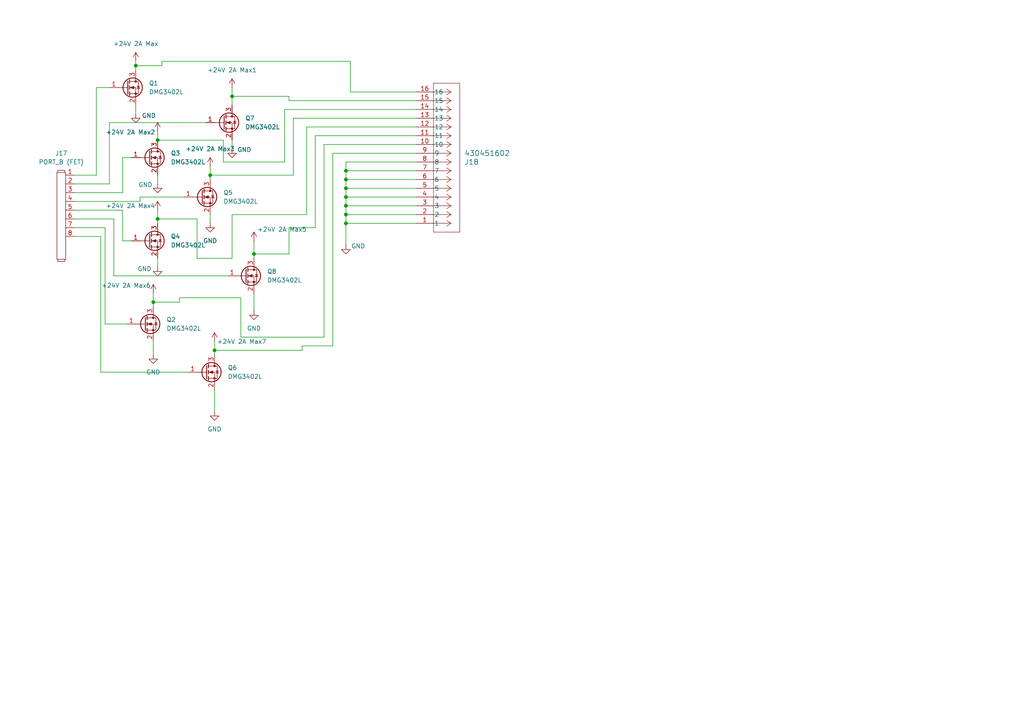
<source format=kicad_sch>
(kicad_sch
	(version 20250114)
	(generator "eeschema")
	(generator_version "9.0")
	(uuid "34eef4cd-940d-4f61-902d-936dc6e2e97e")
	(paper "A4")
	(title_block
		(title "Controller for Flooding Diorama")
		(date "2025-11-21")
		(rev "Revision 1")
		(company "Idaho State University College of Technology")
		(comment 1 "RCET Program")
		(comment 2 "Drawn By: Jacob Horsley")
	)
	(lib_symbols
		(symbol "3New_Library:430451602"
			(pin_names
				(offset 0.254)
			)
			(exclude_from_sim no)
			(in_bom yes)
			(on_board yes)
			(property "Reference" "J"
				(at 8.89 6.35 0)
				(effects
					(font
						(size 1.524 1.524)
					)
				)
			)
			(property "Value" "430451602"
				(at 0 0 0)
				(effects
					(font
						(size 1.524 1.524)
					)
				)
			)
			(property "Footprint" "CONN_SD-43045-001_16_MOL"
				(at 0 0 0)
				(effects
					(font
						(size 1.27 1.27)
						(italic yes)
					)
					(hide yes)
				)
			)
			(property "Datasheet" "https://www.molex.com/en-us/products/part-detail-pdf/430451602?display=pdf"
				(at 0 0 0)
				(effects
					(font
						(size 1.27 1.27)
						(italic yes)
					)
					(hide yes)
				)
			)
			(property "Description" ""
				(at 0 0 0)
				(effects
					(font
						(size 1.27 1.27)
					)
					(hide yes)
				)
			)
			(property "ki_locked" ""
				(at 0 0 0)
				(effects
					(font
						(size 1.27 1.27)
					)
				)
			)
			(property "ki_keywords" "430451602"
				(at 0 0 0)
				(effects
					(font
						(size 1.27 1.27)
					)
					(hide yes)
				)
			)
			(property "ki_fp_filters" "CONN_SD-43045-001_16_MOL"
				(at 0 0 0)
				(effects
					(font
						(size 1.27 1.27)
					)
					(hide yes)
				)
			)
			(symbol "430451602_1_1"
				(polyline
					(pts
						(xy 5.08 2.54) (xy 5.08 -40.64)
					)
					(stroke
						(width 0.127)
						(type default)
					)
					(fill
						(type none)
					)
				)
				(polyline
					(pts
						(xy 5.08 -40.64) (xy 12.7 -40.64)
					)
					(stroke
						(width 0.127)
						(type default)
					)
					(fill
						(type none)
					)
				)
				(polyline
					(pts
						(xy 10.16 0) (xy 5.08 0)
					)
					(stroke
						(width 0.127)
						(type default)
					)
					(fill
						(type none)
					)
				)
				(polyline
					(pts
						(xy 10.16 0) (xy 8.89 0.8467)
					)
					(stroke
						(width 0.127)
						(type default)
					)
					(fill
						(type none)
					)
				)
				(polyline
					(pts
						(xy 10.16 0) (xy 8.89 -0.8467)
					)
					(stroke
						(width 0.127)
						(type default)
					)
					(fill
						(type none)
					)
				)
				(polyline
					(pts
						(xy 10.16 -2.54) (xy 5.08 -2.54)
					)
					(stroke
						(width 0.127)
						(type default)
					)
					(fill
						(type none)
					)
				)
				(polyline
					(pts
						(xy 10.16 -2.54) (xy 8.89 -1.6933)
					)
					(stroke
						(width 0.127)
						(type default)
					)
					(fill
						(type none)
					)
				)
				(polyline
					(pts
						(xy 10.16 -2.54) (xy 8.89 -3.3867)
					)
					(stroke
						(width 0.127)
						(type default)
					)
					(fill
						(type none)
					)
				)
				(polyline
					(pts
						(xy 10.16 -5.08) (xy 5.08 -5.08)
					)
					(stroke
						(width 0.127)
						(type default)
					)
					(fill
						(type none)
					)
				)
				(polyline
					(pts
						(xy 10.16 -5.08) (xy 8.89 -4.2333)
					)
					(stroke
						(width 0.127)
						(type default)
					)
					(fill
						(type none)
					)
				)
				(polyline
					(pts
						(xy 10.16 -5.08) (xy 8.89 -5.9267)
					)
					(stroke
						(width 0.127)
						(type default)
					)
					(fill
						(type none)
					)
				)
				(polyline
					(pts
						(xy 10.16 -7.62) (xy 5.08 -7.62)
					)
					(stroke
						(width 0.127)
						(type default)
					)
					(fill
						(type none)
					)
				)
				(polyline
					(pts
						(xy 10.16 -7.62) (xy 8.89 -6.7733)
					)
					(stroke
						(width 0.127)
						(type default)
					)
					(fill
						(type none)
					)
				)
				(polyline
					(pts
						(xy 10.16 -7.62) (xy 8.89 -8.4667)
					)
					(stroke
						(width 0.127)
						(type default)
					)
					(fill
						(type none)
					)
				)
				(polyline
					(pts
						(xy 10.16 -10.16) (xy 5.08 -10.16)
					)
					(stroke
						(width 0.127)
						(type default)
					)
					(fill
						(type none)
					)
				)
				(polyline
					(pts
						(xy 10.16 -10.16) (xy 8.89 -9.3133)
					)
					(stroke
						(width 0.127)
						(type default)
					)
					(fill
						(type none)
					)
				)
				(polyline
					(pts
						(xy 10.16 -10.16) (xy 8.89 -11.0067)
					)
					(stroke
						(width 0.127)
						(type default)
					)
					(fill
						(type none)
					)
				)
				(polyline
					(pts
						(xy 10.16 -12.7) (xy 5.08 -12.7)
					)
					(stroke
						(width 0.127)
						(type default)
					)
					(fill
						(type none)
					)
				)
				(polyline
					(pts
						(xy 10.16 -12.7) (xy 8.89 -11.8533)
					)
					(stroke
						(width 0.127)
						(type default)
					)
					(fill
						(type none)
					)
				)
				(polyline
					(pts
						(xy 10.16 -12.7) (xy 8.89 -13.5467)
					)
					(stroke
						(width 0.127)
						(type default)
					)
					(fill
						(type none)
					)
				)
				(polyline
					(pts
						(xy 10.16 -15.24) (xy 5.08 -15.24)
					)
					(stroke
						(width 0.127)
						(type default)
					)
					(fill
						(type none)
					)
				)
				(polyline
					(pts
						(xy 10.16 -15.24) (xy 8.89 -14.3933)
					)
					(stroke
						(width 0.127)
						(type default)
					)
					(fill
						(type none)
					)
				)
				(polyline
					(pts
						(xy 10.16 -15.24) (xy 8.89 -16.0867)
					)
					(stroke
						(width 0.127)
						(type default)
					)
					(fill
						(type none)
					)
				)
				(polyline
					(pts
						(xy 10.16 -17.78) (xy 5.08 -17.78)
					)
					(stroke
						(width 0.127)
						(type default)
					)
					(fill
						(type none)
					)
				)
				(polyline
					(pts
						(xy 10.16 -17.78) (xy 8.89 -16.9333)
					)
					(stroke
						(width 0.127)
						(type default)
					)
					(fill
						(type none)
					)
				)
				(polyline
					(pts
						(xy 10.16 -17.78) (xy 8.89 -18.6267)
					)
					(stroke
						(width 0.127)
						(type default)
					)
					(fill
						(type none)
					)
				)
				(polyline
					(pts
						(xy 10.16 -20.32) (xy 5.08 -20.32)
					)
					(stroke
						(width 0.127)
						(type default)
					)
					(fill
						(type none)
					)
				)
				(polyline
					(pts
						(xy 10.16 -20.32) (xy 8.89 -19.4733)
					)
					(stroke
						(width 0.127)
						(type default)
					)
					(fill
						(type none)
					)
				)
				(polyline
					(pts
						(xy 10.16 -20.32) (xy 8.89 -21.1667)
					)
					(stroke
						(width 0.127)
						(type default)
					)
					(fill
						(type none)
					)
				)
				(polyline
					(pts
						(xy 10.16 -22.86) (xy 5.08 -22.86)
					)
					(stroke
						(width 0.127)
						(type default)
					)
					(fill
						(type none)
					)
				)
				(polyline
					(pts
						(xy 10.16 -22.86) (xy 8.89 -22.0133)
					)
					(stroke
						(width 0.127)
						(type default)
					)
					(fill
						(type none)
					)
				)
				(polyline
					(pts
						(xy 10.16 -22.86) (xy 8.89 -23.7067)
					)
					(stroke
						(width 0.127)
						(type default)
					)
					(fill
						(type none)
					)
				)
				(polyline
					(pts
						(xy 10.16 -25.4) (xy 5.08 -25.4)
					)
					(stroke
						(width 0.127)
						(type default)
					)
					(fill
						(type none)
					)
				)
				(polyline
					(pts
						(xy 10.16 -25.4) (xy 8.89 -24.5533)
					)
					(stroke
						(width 0.127)
						(type default)
					)
					(fill
						(type none)
					)
				)
				(polyline
					(pts
						(xy 10.16 -25.4) (xy 8.89 -26.2467)
					)
					(stroke
						(width 0.127)
						(type default)
					)
					(fill
						(type none)
					)
				)
				(polyline
					(pts
						(xy 10.16 -27.94) (xy 5.08 -27.94)
					)
					(stroke
						(width 0.127)
						(type default)
					)
					(fill
						(type none)
					)
				)
				(polyline
					(pts
						(xy 10.16 -27.94) (xy 8.89 -27.0933)
					)
					(stroke
						(width 0.127)
						(type default)
					)
					(fill
						(type none)
					)
				)
				(polyline
					(pts
						(xy 10.16 -27.94) (xy 8.89 -28.7867)
					)
					(stroke
						(width 0.127)
						(type default)
					)
					(fill
						(type none)
					)
				)
				(polyline
					(pts
						(xy 10.16 -30.48) (xy 5.08 -30.48)
					)
					(stroke
						(width 0.127)
						(type default)
					)
					(fill
						(type none)
					)
				)
				(polyline
					(pts
						(xy 10.16 -30.48) (xy 8.89 -29.6333)
					)
					(stroke
						(width 0.127)
						(type default)
					)
					(fill
						(type none)
					)
				)
				(polyline
					(pts
						(xy 10.16 -30.48) (xy 8.89 -31.3267)
					)
					(stroke
						(width 0.127)
						(type default)
					)
					(fill
						(type none)
					)
				)
				(polyline
					(pts
						(xy 10.16 -33.02) (xy 5.08 -33.02)
					)
					(stroke
						(width 0.127)
						(type default)
					)
					(fill
						(type none)
					)
				)
				(polyline
					(pts
						(xy 10.16 -33.02) (xy 8.89 -32.1733)
					)
					(stroke
						(width 0.127)
						(type default)
					)
					(fill
						(type none)
					)
				)
				(polyline
					(pts
						(xy 10.16 -33.02) (xy 8.89 -33.8667)
					)
					(stroke
						(width 0.127)
						(type default)
					)
					(fill
						(type none)
					)
				)
				(polyline
					(pts
						(xy 10.16 -35.56) (xy 5.08 -35.56)
					)
					(stroke
						(width 0.127)
						(type default)
					)
					(fill
						(type none)
					)
				)
				(polyline
					(pts
						(xy 10.16 -35.56) (xy 8.89 -34.7133)
					)
					(stroke
						(width 0.127)
						(type default)
					)
					(fill
						(type none)
					)
				)
				(polyline
					(pts
						(xy 10.16 -35.56) (xy 8.89 -36.4067)
					)
					(stroke
						(width 0.127)
						(type default)
					)
					(fill
						(type none)
					)
				)
				(polyline
					(pts
						(xy 10.16 -38.1) (xy 5.08 -38.1)
					)
					(stroke
						(width 0.127)
						(type default)
					)
					(fill
						(type none)
					)
				)
				(polyline
					(pts
						(xy 10.16 -38.1) (xy 8.89 -37.2533)
					)
					(stroke
						(width 0.127)
						(type default)
					)
					(fill
						(type none)
					)
				)
				(polyline
					(pts
						(xy 10.16 -38.1) (xy 8.89 -38.9467)
					)
					(stroke
						(width 0.127)
						(type default)
					)
					(fill
						(type none)
					)
				)
				(polyline
					(pts
						(xy 12.7 2.54) (xy 5.08 2.54)
					)
					(stroke
						(width 0.127)
						(type default)
					)
					(fill
						(type none)
					)
				)
				(polyline
					(pts
						(xy 12.7 -40.64) (xy 12.7 2.54)
					)
					(stroke
						(width 0.127)
						(type default)
					)
					(fill
						(type none)
					)
				)
				(pin unspecified line
					(at 0 0 0)
					(length 5.08)
					(name "1"
						(effects
							(font
								(size 1.27 1.27)
							)
						)
					)
					(number "1"
						(effects
							(font
								(size 1.27 1.27)
							)
						)
					)
				)
				(pin unspecified line
					(at 0 -2.54 0)
					(length 5.08)
					(name "2"
						(effects
							(font
								(size 1.27 1.27)
							)
						)
					)
					(number "2"
						(effects
							(font
								(size 1.27 1.27)
							)
						)
					)
				)
				(pin unspecified line
					(at 0 -5.08 0)
					(length 5.08)
					(name "3"
						(effects
							(font
								(size 1.27 1.27)
							)
						)
					)
					(number "3"
						(effects
							(font
								(size 1.27 1.27)
							)
						)
					)
				)
				(pin unspecified line
					(at 0 -7.62 0)
					(length 5.08)
					(name "4"
						(effects
							(font
								(size 1.27 1.27)
							)
						)
					)
					(number "4"
						(effects
							(font
								(size 1.27 1.27)
							)
						)
					)
				)
				(pin unspecified line
					(at 0 -10.16 0)
					(length 5.08)
					(name "5"
						(effects
							(font
								(size 1.27 1.27)
							)
						)
					)
					(number "5"
						(effects
							(font
								(size 1.27 1.27)
							)
						)
					)
				)
				(pin unspecified line
					(at 0 -12.7 0)
					(length 5.08)
					(name "6"
						(effects
							(font
								(size 1.27 1.27)
							)
						)
					)
					(number "6"
						(effects
							(font
								(size 1.27 1.27)
							)
						)
					)
				)
				(pin unspecified line
					(at 0 -15.24 0)
					(length 5.08)
					(name "7"
						(effects
							(font
								(size 1.27 1.27)
							)
						)
					)
					(number "7"
						(effects
							(font
								(size 1.27 1.27)
							)
						)
					)
				)
				(pin unspecified line
					(at 0 -17.78 0)
					(length 5.08)
					(name "8"
						(effects
							(font
								(size 1.27 1.27)
							)
						)
					)
					(number "8"
						(effects
							(font
								(size 1.27 1.27)
							)
						)
					)
				)
				(pin unspecified line
					(at 0 -20.32 0)
					(length 5.08)
					(name "9"
						(effects
							(font
								(size 1.27 1.27)
							)
						)
					)
					(number "9"
						(effects
							(font
								(size 1.27 1.27)
							)
						)
					)
				)
				(pin unspecified line
					(at 0 -22.86 0)
					(length 5.08)
					(name "10"
						(effects
							(font
								(size 1.27 1.27)
							)
						)
					)
					(number "10"
						(effects
							(font
								(size 1.27 1.27)
							)
						)
					)
				)
				(pin unspecified line
					(at 0 -25.4 0)
					(length 5.08)
					(name "11"
						(effects
							(font
								(size 1.27 1.27)
							)
						)
					)
					(number "11"
						(effects
							(font
								(size 1.27 1.27)
							)
						)
					)
				)
				(pin unspecified line
					(at 0 -27.94 0)
					(length 5.08)
					(name "12"
						(effects
							(font
								(size 1.27 1.27)
							)
						)
					)
					(number "12"
						(effects
							(font
								(size 1.27 1.27)
							)
						)
					)
				)
				(pin unspecified line
					(at 0 -30.48 0)
					(length 5.08)
					(name "13"
						(effects
							(font
								(size 1.27 1.27)
							)
						)
					)
					(number "13"
						(effects
							(font
								(size 1.27 1.27)
							)
						)
					)
				)
				(pin unspecified line
					(at 0 -33.02 0)
					(length 5.08)
					(name "14"
						(effects
							(font
								(size 1.27 1.27)
							)
						)
					)
					(number "14"
						(effects
							(font
								(size 1.27 1.27)
							)
						)
					)
				)
				(pin unspecified line
					(at 0 -35.56 0)
					(length 5.08)
					(name "15"
						(effects
							(font
								(size 1.27 1.27)
							)
						)
					)
					(number "15"
						(effects
							(font
								(size 1.27 1.27)
							)
						)
					)
				)
				(pin unspecified line
					(at 0 -38.1 0)
					(length 5.08)
					(name "16"
						(effects
							(font
								(size 1.27 1.27)
							)
						)
					)
					(number "16"
						(effects
							(font
								(size 1.27 1.27)
							)
						)
					)
				)
			)
			(symbol "430451602_1_2"
				(polyline
					(pts
						(xy 5.08 2.54) (xy 5.08 -40.64)
					)
					(stroke
						(width 0.127)
						(type default)
					)
					(fill
						(type none)
					)
				)
				(polyline
					(pts
						(xy 5.08 -40.64) (xy 12.7 -40.64)
					)
					(stroke
						(width 0.127)
						(type default)
					)
					(fill
						(type none)
					)
				)
				(polyline
					(pts
						(xy 7.62 0) (xy 5.08 0)
					)
					(stroke
						(width 0.127)
						(type default)
					)
					(fill
						(type none)
					)
				)
				(polyline
					(pts
						(xy 7.62 0) (xy 8.89 0.8467)
					)
					(stroke
						(width 0.127)
						(type default)
					)
					(fill
						(type none)
					)
				)
				(polyline
					(pts
						(xy 7.62 0) (xy 8.89 -0.8467)
					)
					(stroke
						(width 0.127)
						(type default)
					)
					(fill
						(type none)
					)
				)
				(polyline
					(pts
						(xy 7.62 -2.54) (xy 5.08 -2.54)
					)
					(stroke
						(width 0.127)
						(type default)
					)
					(fill
						(type none)
					)
				)
				(polyline
					(pts
						(xy 7.62 -2.54) (xy 8.89 -1.6933)
					)
					(stroke
						(width 0.127)
						(type default)
					)
					(fill
						(type none)
					)
				)
				(polyline
					(pts
						(xy 7.62 -2.54) (xy 8.89 -3.3867)
					)
					(stroke
						(width 0.127)
						(type default)
					)
					(fill
						(type none)
					)
				)
				(polyline
					(pts
						(xy 7.62 -5.08) (xy 5.08 -5.08)
					)
					(stroke
						(width 0.127)
						(type default)
					)
					(fill
						(type none)
					)
				)
				(polyline
					(pts
						(xy 7.62 -5.08) (xy 8.89 -4.2333)
					)
					(stroke
						(width 0.127)
						(type default)
					)
					(fill
						(type none)
					)
				)
				(polyline
					(pts
						(xy 7.62 -5.08) (xy 8.89 -5.9267)
					)
					(stroke
						(width 0.127)
						(type default)
					)
					(fill
						(type none)
					)
				)
				(polyline
					(pts
						(xy 7.62 -7.62) (xy 5.08 -7.62)
					)
					(stroke
						(width 0.127)
						(type default)
					)
					(fill
						(type none)
					)
				)
				(polyline
					(pts
						(xy 7.62 -7.62) (xy 8.89 -6.7733)
					)
					(stroke
						(width 0.127)
						(type default)
					)
					(fill
						(type none)
					)
				)
				(polyline
					(pts
						(xy 7.62 -7.62) (xy 8.89 -8.4667)
					)
					(stroke
						(width 0.127)
						(type default)
					)
					(fill
						(type none)
					)
				)
				(polyline
					(pts
						(xy 7.62 -10.16) (xy 5.08 -10.16)
					)
					(stroke
						(width 0.127)
						(type default)
					)
					(fill
						(type none)
					)
				)
				(polyline
					(pts
						(xy 7.62 -10.16) (xy 8.89 -9.3133)
					)
					(stroke
						(width 0.127)
						(type default)
					)
					(fill
						(type none)
					)
				)
				(polyline
					(pts
						(xy 7.62 -10.16) (xy 8.89 -11.0067)
					)
					(stroke
						(width 0.127)
						(type default)
					)
					(fill
						(type none)
					)
				)
				(polyline
					(pts
						(xy 7.62 -12.7) (xy 5.08 -12.7)
					)
					(stroke
						(width 0.127)
						(type default)
					)
					(fill
						(type none)
					)
				)
				(polyline
					(pts
						(xy 7.62 -12.7) (xy 8.89 -11.8533)
					)
					(stroke
						(width 0.127)
						(type default)
					)
					(fill
						(type none)
					)
				)
				(polyline
					(pts
						(xy 7.62 -12.7) (xy 8.89 -13.5467)
					)
					(stroke
						(width 0.127)
						(type default)
					)
					(fill
						(type none)
					)
				)
				(polyline
					(pts
						(xy 7.62 -15.24) (xy 5.08 -15.24)
					)
					(stroke
						(width 0.127)
						(type default)
					)
					(fill
						(type none)
					)
				)
				(polyline
					(pts
						(xy 7.62 -15.24) (xy 8.89 -14.3933)
					)
					(stroke
						(width 0.127)
						(type default)
					)
					(fill
						(type none)
					)
				)
				(polyline
					(pts
						(xy 7.62 -15.24) (xy 8.89 -16.0867)
					)
					(stroke
						(width 0.127)
						(type default)
					)
					(fill
						(type none)
					)
				)
				(polyline
					(pts
						(xy 7.62 -17.78) (xy 5.08 -17.78)
					)
					(stroke
						(width 0.127)
						(type default)
					)
					(fill
						(type none)
					)
				)
				(polyline
					(pts
						(xy 7.62 -17.78) (xy 8.89 -16.9333)
					)
					(stroke
						(width 0.127)
						(type default)
					)
					(fill
						(type none)
					)
				)
				(polyline
					(pts
						(xy 7.62 -17.78) (xy 8.89 -18.6267)
					)
					(stroke
						(width 0.127)
						(type default)
					)
					(fill
						(type none)
					)
				)
				(polyline
					(pts
						(xy 7.62 -20.32) (xy 5.08 -20.32)
					)
					(stroke
						(width 0.127)
						(type default)
					)
					(fill
						(type none)
					)
				)
				(polyline
					(pts
						(xy 7.62 -20.32) (xy 8.89 -19.4733)
					)
					(stroke
						(width 0.127)
						(type default)
					)
					(fill
						(type none)
					)
				)
				(polyline
					(pts
						(xy 7.62 -20.32) (xy 8.89 -21.1667)
					)
					(stroke
						(width 0.127)
						(type default)
					)
					(fill
						(type none)
					)
				)
				(polyline
					(pts
						(xy 7.62 -22.86) (xy 5.08 -22.86)
					)
					(stroke
						(width 0.127)
						(type default)
					)
					(fill
						(type none)
					)
				)
				(polyline
					(pts
						(xy 7.62 -22.86) (xy 8.89 -22.0133)
					)
					(stroke
						(width 0.127)
						(type default)
					)
					(fill
						(type none)
					)
				)
				(polyline
					(pts
						(xy 7.62 -22.86) (xy 8.89 -23.7067)
					)
					(stroke
						(width 0.127)
						(type default)
					)
					(fill
						(type none)
					)
				)
				(polyline
					(pts
						(xy 7.62 -25.4) (xy 5.08 -25.4)
					)
					(stroke
						(width 0.127)
						(type default)
					)
					(fill
						(type none)
					)
				)
				(polyline
					(pts
						(xy 7.62 -25.4) (xy 8.89 -24.5533)
					)
					(stroke
						(width 0.127)
						(type default)
					)
					(fill
						(type none)
					)
				)
				(polyline
					(pts
						(xy 7.62 -25.4) (xy 8.89 -26.2467)
					)
					(stroke
						(width 0.127)
						(type default)
					)
					(fill
						(type none)
					)
				)
				(polyline
					(pts
						(xy 7.62 -27.94) (xy 5.08 -27.94)
					)
					(stroke
						(width 0.127)
						(type default)
					)
					(fill
						(type none)
					)
				)
				(polyline
					(pts
						(xy 7.62 -27.94) (xy 8.89 -27.0933)
					)
					(stroke
						(width 0.127)
						(type default)
					)
					(fill
						(type none)
					)
				)
				(polyline
					(pts
						(xy 7.62 -27.94) (xy 8.89 -28.7867)
					)
					(stroke
						(width 0.127)
						(type default)
					)
					(fill
						(type none)
					)
				)
				(polyline
					(pts
						(xy 7.62 -30.48) (xy 5.08 -30.48)
					)
					(stroke
						(width 0.127)
						(type default)
					)
					(fill
						(type none)
					)
				)
				(polyline
					(pts
						(xy 7.62 -30.48) (xy 8.89 -29.6333)
					)
					(stroke
						(width 0.127)
						(type default)
					)
					(fill
						(type none)
					)
				)
				(polyline
					(pts
						(xy 7.62 -30.48) (xy 8.89 -31.3267)
					)
					(stroke
						(width 0.127)
						(type default)
					)
					(fill
						(type none)
					)
				)
				(polyline
					(pts
						(xy 7.62 -33.02) (xy 5.08 -33.02)
					)
					(stroke
						(width 0.127)
						(type default)
					)
					(fill
						(type none)
					)
				)
				(polyline
					(pts
						(xy 7.62 -33.02) (xy 8.89 -32.1733)
					)
					(stroke
						(width 0.127)
						(type default)
					)
					(fill
						(type none)
					)
				)
				(polyline
					(pts
						(xy 7.62 -33.02) (xy 8.89 -33.8667)
					)
					(stroke
						(width 0.127)
						(type default)
					)
					(fill
						(type none)
					)
				)
				(polyline
					(pts
						(xy 7.62 -35.56) (xy 5.08 -35.56)
					)
					(stroke
						(width 0.127)
						(type default)
					)
					(fill
						(type none)
					)
				)
				(polyline
					(pts
						(xy 7.62 -35.56) (xy 8.89 -34.7133)
					)
					(stroke
						(width 0.127)
						(type default)
					)
					(fill
						(type none)
					)
				)
				(polyline
					(pts
						(xy 7.62 -35.56) (xy 8.89 -36.4067)
					)
					(stroke
						(width 0.127)
						(type default)
					)
					(fill
						(type none)
					)
				)
				(polyline
					(pts
						(xy 7.62 -38.1) (xy 5.08 -38.1)
					)
					(stroke
						(width 0.127)
						(type default)
					)
					(fill
						(type none)
					)
				)
				(polyline
					(pts
						(xy 7.62 -38.1) (xy 8.89 -37.2533)
					)
					(stroke
						(width 0.127)
						(type default)
					)
					(fill
						(type none)
					)
				)
				(polyline
					(pts
						(xy 7.62 -38.1) (xy 8.89 -38.9467)
					)
					(stroke
						(width 0.127)
						(type default)
					)
					(fill
						(type none)
					)
				)
				(polyline
					(pts
						(xy 12.7 2.54) (xy 5.08 2.54)
					)
					(stroke
						(width 0.127)
						(type default)
					)
					(fill
						(type none)
					)
				)
				(polyline
					(pts
						(xy 12.7 -40.64) (xy 12.7 2.54)
					)
					(stroke
						(width 0.127)
						(type default)
					)
					(fill
						(type none)
					)
				)
				(pin unspecified line
					(at 0 0 0)
					(length 5.08)
					(name "1"
						(effects
							(font
								(size 1.27 1.27)
							)
						)
					)
					(number "1"
						(effects
							(font
								(size 1.27 1.27)
							)
						)
					)
				)
				(pin unspecified line
					(at 0 -2.54 0)
					(length 5.08)
					(name "2"
						(effects
							(font
								(size 1.27 1.27)
							)
						)
					)
					(number "2"
						(effects
							(font
								(size 1.27 1.27)
							)
						)
					)
				)
				(pin unspecified line
					(at 0 -5.08 0)
					(length 5.08)
					(name "3"
						(effects
							(font
								(size 1.27 1.27)
							)
						)
					)
					(number "3"
						(effects
							(font
								(size 1.27 1.27)
							)
						)
					)
				)
				(pin unspecified line
					(at 0 -7.62 0)
					(length 5.08)
					(name "4"
						(effects
							(font
								(size 1.27 1.27)
							)
						)
					)
					(number "4"
						(effects
							(font
								(size 1.27 1.27)
							)
						)
					)
				)
				(pin unspecified line
					(at 0 -10.16 0)
					(length 5.08)
					(name "5"
						(effects
							(font
								(size 1.27 1.27)
							)
						)
					)
					(number "5"
						(effects
							(font
								(size 1.27 1.27)
							)
						)
					)
				)
				(pin unspecified line
					(at 0 -12.7 0)
					(length 5.08)
					(name "6"
						(effects
							(font
								(size 1.27 1.27)
							)
						)
					)
					(number "6"
						(effects
							(font
								(size 1.27 1.27)
							)
						)
					)
				)
				(pin unspecified line
					(at 0 -15.24 0)
					(length 5.08)
					(name "7"
						(effects
							(font
								(size 1.27 1.27)
							)
						)
					)
					(number "7"
						(effects
							(font
								(size 1.27 1.27)
							)
						)
					)
				)
				(pin unspecified line
					(at 0 -17.78 0)
					(length 5.08)
					(name "8"
						(effects
							(font
								(size 1.27 1.27)
							)
						)
					)
					(number "8"
						(effects
							(font
								(size 1.27 1.27)
							)
						)
					)
				)
				(pin unspecified line
					(at 0 -20.32 0)
					(length 5.08)
					(name "9"
						(effects
							(font
								(size 1.27 1.27)
							)
						)
					)
					(number "9"
						(effects
							(font
								(size 1.27 1.27)
							)
						)
					)
				)
				(pin unspecified line
					(at 0 -22.86 0)
					(length 5.08)
					(name "10"
						(effects
							(font
								(size 1.27 1.27)
							)
						)
					)
					(number "10"
						(effects
							(font
								(size 1.27 1.27)
							)
						)
					)
				)
				(pin unspecified line
					(at 0 -25.4 0)
					(length 5.08)
					(name "11"
						(effects
							(font
								(size 1.27 1.27)
							)
						)
					)
					(number "11"
						(effects
							(font
								(size 1.27 1.27)
							)
						)
					)
				)
				(pin unspecified line
					(at 0 -27.94 0)
					(length 5.08)
					(name "12"
						(effects
							(font
								(size 1.27 1.27)
							)
						)
					)
					(number "12"
						(effects
							(font
								(size 1.27 1.27)
							)
						)
					)
				)
				(pin unspecified line
					(at 0 -30.48 0)
					(length 5.08)
					(name "13"
						(effects
							(font
								(size 1.27 1.27)
							)
						)
					)
					(number "13"
						(effects
							(font
								(size 1.27 1.27)
							)
						)
					)
				)
				(pin unspecified line
					(at 0 -33.02 0)
					(length 5.08)
					(name "14"
						(effects
							(font
								(size 1.27 1.27)
							)
						)
					)
					(number "14"
						(effects
							(font
								(size 1.27 1.27)
							)
						)
					)
				)
				(pin unspecified line
					(at 0 -35.56 0)
					(length 5.08)
					(name "15"
						(effects
							(font
								(size 1.27 1.27)
							)
						)
					)
					(number "15"
						(effects
							(font
								(size 1.27 1.27)
							)
						)
					)
				)
				(pin unspecified line
					(at 0 -38.1 0)
					(length 5.08)
					(name "16"
						(effects
							(font
								(size 1.27 1.27)
							)
						)
					)
					(number "16"
						(effects
							(font
								(size 1.27 1.27)
							)
						)
					)
				)
			)
			(embedded_fonts no)
		)
		(symbol "New_Library_2:PORT_A"
			(exclude_from_sim no)
			(in_bom yes)
			(on_board yes)
			(property "Reference" "J17"
				(at 0 8.89 0)
				(effects
					(font
						(size 1.27 1.27)
					)
				)
			)
			(property "Value" "PORT_B (FET)"
				(at 0 6.35 0)
				(effects
					(font
						(size 1.27 1.27)
					)
				)
			)
			(property "Footprint" "1Library:CONN_SD-43045-010_08_MOL"
				(at 0 1.397 0)
				(effects
					(font
						(size 1.27 1.27)
					)
					(hide yes)
				)
			)
			(property "Datasheet" ""
				(at 0 1.397 0)
				(effects
					(font
						(size 1.27 1.27)
					)
					(hide yes)
				)
			)
			(property "Description" ""
				(at 0 1.397 0)
				(effects
					(font
						(size 1.27 1.27)
					)
					(hide yes)
				)
			)
			(symbol "PORT_A_0_1"
				(rectangle
					(start -1.27 3.302)
					(end 1.27 -21.844)
					(stroke
						(width 0)
						(type default)
					)
					(fill
						(type none)
					)
				)
				(polyline
					(pts
						(xy -1.016 -21.971) (xy -1.016 -22.479) (xy 1.016 -22.479) (xy 1.016 -21.971) (xy 1.016 -22.098)
					)
					(stroke
						(width 0)
						(type default)
					)
					(fill
						(type none)
					)
				)
				(polyline
					(pts
						(xy 1.016 3.429) (xy 1.016 3.937) (xy -1.016 3.937) (xy -1.016 3.429) (xy -1.016 3.556)
					)
					(stroke
						(width 0)
						(type default)
					)
					(fill
						(type none)
					)
				)
			)
			(symbol "PORT_A_1_1"
				(pin bidirectional line
					(at 3.81 2.54 180)
					(length 2.54)
					(name ""
						(effects
							(font
								(size 1.27 1.27)
							)
						)
					)
					(number "1"
						(effects
							(font
								(size 1.27 1.27)
							)
						)
					)
				)
				(pin bidirectional line
					(at 3.81 0 180)
					(length 2.54)
					(name ""
						(effects
							(font
								(size 1.27 1.27)
							)
						)
					)
					(number "2"
						(effects
							(font
								(size 1.27 1.27)
							)
						)
					)
				)
				(pin bidirectional line
					(at 3.81 -2.54 180)
					(length 2.54)
					(name "~"
						(effects
							(font
								(size 1.27 1.27)
							)
						)
					)
					(number "3"
						(effects
							(font
								(size 1.27 1.27)
							)
						)
					)
				)
				(pin bidirectional line
					(at 3.81 -5.08 180)
					(length 2.54)
					(name "~"
						(effects
							(font
								(size 1.27 1.27)
							)
						)
					)
					(number "4"
						(effects
							(font
								(size 1.27 1.27)
							)
						)
					)
				)
				(pin bidirectional line
					(at 3.81 -7.62 180)
					(length 2.54)
					(name "~"
						(effects
							(font
								(size 1.27 1.27)
							)
						)
					)
					(number "5"
						(effects
							(font
								(size 1.27 1.27)
							)
						)
					)
				)
				(pin bidirectional line
					(at 3.81 -10.16 180)
					(length 2.54)
					(name "~"
						(effects
							(font
								(size 1.27 1.27)
							)
						)
					)
					(number "6"
						(effects
							(font
								(size 1.27 1.27)
							)
						)
					)
				)
				(pin bidirectional line
					(at 3.81 -12.7 180)
					(length 2.54)
					(name "~"
						(effects
							(font
								(size 1.27 1.27)
							)
						)
					)
					(number "7"
						(effects
							(font
								(size 1.27 1.27)
							)
						)
					)
				)
				(pin bidirectional line
					(at 3.81 -15.24 180)
					(length 2.54)
					(name "~"
						(effects
							(font
								(size 1.27 1.27)
							)
						)
					)
					(number "8"
						(effects
							(font
								(size 1.27 1.27)
							)
						)
					)
				)
			)
			(embedded_fonts no)
		)
		(symbol "Transistor_FET:DMG3402L"
			(pin_names
				(offset 0)
				(hide yes)
			)
			(exclude_from_sim no)
			(in_bom yes)
			(on_board yes)
			(property "Reference" "Q"
				(at 5.08 1.905 0)
				(effects
					(font
						(size 1.27 1.27)
					)
					(justify left)
				)
			)
			(property "Value" "DMG3402L"
				(at 5.08 0 0)
				(effects
					(font
						(size 1.27 1.27)
					)
					(justify left)
				)
			)
			(property "Footprint" "Package_TO_SOT_SMD:SOT-23"
				(at 5.08 -1.905 0)
				(effects
					(font
						(size 1.27 1.27)
						(italic yes)
					)
					(justify left)
					(hide yes)
				)
			)
			(property "Datasheet" "http://www.diodes.com/assets/Datasheets/DMG3402L.pdf"
				(at 5.08 -3.81 0)
				(effects
					(font
						(size 1.27 1.27)
					)
					(justify left)
					(hide yes)
				)
			)
			(property "Description" "4A Id, 30V Vds, N-Channel MOSFET, SOT-23"
				(at 0 0 0)
				(effects
					(font
						(size 1.27 1.27)
					)
					(hide yes)
				)
			)
			(property "ki_keywords" "N-Channel MOSFET"
				(at 0 0 0)
				(effects
					(font
						(size 1.27 1.27)
					)
					(hide yes)
				)
			)
			(property "ki_fp_filters" "SOT?23*"
				(at 0 0 0)
				(effects
					(font
						(size 1.27 1.27)
					)
					(hide yes)
				)
			)
			(symbol "DMG3402L_0_1"
				(polyline
					(pts
						(xy 0.254 1.905) (xy 0.254 -1.905)
					)
					(stroke
						(width 0.254)
						(type default)
					)
					(fill
						(type none)
					)
				)
				(polyline
					(pts
						(xy 0.254 0) (xy -2.54 0)
					)
					(stroke
						(width 0)
						(type default)
					)
					(fill
						(type none)
					)
				)
				(polyline
					(pts
						(xy 0.762 2.286) (xy 0.762 1.27)
					)
					(stroke
						(width 0.254)
						(type default)
					)
					(fill
						(type none)
					)
				)
				(polyline
					(pts
						(xy 0.762 0.508) (xy 0.762 -0.508)
					)
					(stroke
						(width 0.254)
						(type default)
					)
					(fill
						(type none)
					)
				)
				(polyline
					(pts
						(xy 0.762 -1.27) (xy 0.762 -2.286)
					)
					(stroke
						(width 0.254)
						(type default)
					)
					(fill
						(type none)
					)
				)
				(polyline
					(pts
						(xy 0.762 -1.778) (xy 3.302 -1.778) (xy 3.302 1.778) (xy 0.762 1.778)
					)
					(stroke
						(width 0)
						(type default)
					)
					(fill
						(type none)
					)
				)
				(polyline
					(pts
						(xy 1.016 0) (xy 2.032 0.381) (xy 2.032 -0.381) (xy 1.016 0)
					)
					(stroke
						(width 0)
						(type default)
					)
					(fill
						(type outline)
					)
				)
				(circle
					(center 1.651 0)
					(radius 2.794)
					(stroke
						(width 0.254)
						(type default)
					)
					(fill
						(type none)
					)
				)
				(polyline
					(pts
						(xy 2.54 2.54) (xy 2.54 1.778)
					)
					(stroke
						(width 0)
						(type default)
					)
					(fill
						(type none)
					)
				)
				(circle
					(center 2.54 1.778)
					(radius 0.254)
					(stroke
						(width 0)
						(type default)
					)
					(fill
						(type outline)
					)
				)
				(circle
					(center 2.54 -1.778)
					(radius 0.254)
					(stroke
						(width 0)
						(type default)
					)
					(fill
						(type outline)
					)
				)
				(polyline
					(pts
						(xy 2.54 -2.54) (xy 2.54 0) (xy 0.762 0)
					)
					(stroke
						(width 0)
						(type default)
					)
					(fill
						(type none)
					)
				)
				(polyline
					(pts
						(xy 2.921 0.381) (xy 3.683 0.381)
					)
					(stroke
						(width 0)
						(type default)
					)
					(fill
						(type none)
					)
				)
				(polyline
					(pts
						(xy 3.302 0.381) (xy 2.921 -0.254) (xy 3.683 -0.254) (xy 3.302 0.381)
					)
					(stroke
						(width 0)
						(type default)
					)
					(fill
						(type none)
					)
				)
			)
			(symbol "DMG3402L_1_1"
				(pin input line
					(at -5.08 0 0)
					(length 2.54)
					(name "G"
						(effects
							(font
								(size 1.27 1.27)
							)
						)
					)
					(number "1"
						(effects
							(font
								(size 1.27 1.27)
							)
						)
					)
				)
				(pin passive line
					(at 2.54 5.08 270)
					(length 2.54)
					(name "D"
						(effects
							(font
								(size 1.27 1.27)
							)
						)
					)
					(number "3"
						(effects
							(font
								(size 1.27 1.27)
							)
						)
					)
				)
				(pin passive line
					(at 2.54 -5.08 90)
					(length 2.54)
					(name "S"
						(effects
							(font
								(size 1.27 1.27)
							)
						)
					)
					(number "2"
						(effects
							(font
								(size 1.27 1.27)
							)
						)
					)
				)
			)
			(embedded_fonts no)
		)
		(symbol "power:GND"
			(power)
			(pin_numbers
				(hide yes)
			)
			(pin_names
				(offset 0)
				(hide yes)
			)
			(exclude_from_sim no)
			(in_bom yes)
			(on_board yes)
			(property "Reference" "#PWR"
				(at 0 -6.35 0)
				(effects
					(font
						(size 1.27 1.27)
					)
					(hide yes)
				)
			)
			(property "Value" "GND"
				(at 0 -3.81 0)
				(effects
					(font
						(size 1.27 1.27)
					)
				)
			)
			(property "Footprint" ""
				(at 0 0 0)
				(effects
					(font
						(size 1.27 1.27)
					)
					(hide yes)
				)
			)
			(property "Datasheet" ""
				(at 0 0 0)
				(effects
					(font
						(size 1.27 1.27)
					)
					(hide yes)
				)
			)
			(property "Description" "Power symbol creates a global label with name \"GND\" , ground"
				(at 0 0 0)
				(effects
					(font
						(size 1.27 1.27)
					)
					(hide yes)
				)
			)
			(property "ki_keywords" "global power"
				(at 0 0 0)
				(effects
					(font
						(size 1.27 1.27)
					)
					(hide yes)
				)
			)
			(symbol "GND_0_1"
				(polyline
					(pts
						(xy 0 0) (xy 0 -1.27) (xy 1.27 -1.27) (xy 0 -2.54) (xy -1.27 -1.27) (xy 0 -1.27)
					)
					(stroke
						(width 0)
						(type default)
					)
					(fill
						(type none)
					)
				)
			)
			(symbol "GND_1_1"
				(pin power_in line
					(at 0 0 270)
					(length 0)
					(name "~"
						(effects
							(font
								(size 1.27 1.27)
							)
						)
					)
					(number "1"
						(effects
							(font
								(size 1.27 1.27)
							)
						)
					)
				)
			)
			(embedded_fonts no)
		)
		(symbol "power:VCC"
			(power)
			(pin_numbers
				(hide yes)
			)
			(pin_names
				(offset 0)
				(hide yes)
			)
			(exclude_from_sim no)
			(in_bom yes)
			(on_board yes)
			(property "Reference" "#PWR"
				(at 0 -3.81 0)
				(effects
					(font
						(size 1.27 1.27)
					)
					(hide yes)
				)
			)
			(property "Value" "VCC"
				(at 0 3.556 0)
				(effects
					(font
						(size 1.27 1.27)
					)
				)
			)
			(property "Footprint" ""
				(at 0 0 0)
				(effects
					(font
						(size 1.27 1.27)
					)
					(hide yes)
				)
			)
			(property "Datasheet" ""
				(at 0 0 0)
				(effects
					(font
						(size 1.27 1.27)
					)
					(hide yes)
				)
			)
			(property "Description" "Power symbol creates a global label with name \"VCC\""
				(at 0 0 0)
				(effects
					(font
						(size 1.27 1.27)
					)
					(hide yes)
				)
			)
			(property "ki_keywords" "global power"
				(at 0 0 0)
				(effects
					(font
						(size 1.27 1.27)
					)
					(hide yes)
				)
			)
			(symbol "VCC_0_1"
				(polyline
					(pts
						(xy -0.762 1.27) (xy 0 2.54)
					)
					(stroke
						(width 0)
						(type default)
					)
					(fill
						(type none)
					)
				)
				(polyline
					(pts
						(xy 0 2.54) (xy 0.762 1.27)
					)
					(stroke
						(width 0)
						(type default)
					)
					(fill
						(type none)
					)
				)
				(polyline
					(pts
						(xy 0 0) (xy 0 2.54)
					)
					(stroke
						(width 0)
						(type default)
					)
					(fill
						(type none)
					)
				)
			)
			(symbol "VCC_1_1"
				(pin power_in line
					(at 0 0 90)
					(length 0)
					(name "~"
						(effects
							(font
								(size 1.27 1.27)
							)
						)
					)
					(number "1"
						(effects
							(font
								(size 1.27 1.27)
							)
						)
					)
				)
			)
			(embedded_fonts no)
		)
	)
	(junction
		(at 62.23 101.6)
		(diameter 0)
		(color 0 0 0 0)
		(uuid "0c2b62dd-91fd-4fff-90b9-5a5db23191c6")
	)
	(junction
		(at 67.31 27.94)
		(diameter 0)
		(color 0 0 0 0)
		(uuid "2d8b8f04-cc7b-4ac0-bcda-1f3fd7238957")
	)
	(junction
		(at 45.72 40.64)
		(diameter 0)
		(color 0 0 0 0)
		(uuid "395e2d89-7a9c-4cac-913f-54e83473f45f")
	)
	(junction
		(at 100.33 52.07)
		(diameter 0)
		(color 0 0 0 0)
		(uuid "4d62bb2d-9429-4c70-aa3e-ef1cf5dd87a1")
	)
	(junction
		(at 45.72 63.5)
		(diameter 0)
		(color 0 0 0 0)
		(uuid "5cbc76b6-68e6-4536-823c-62ebc53b4af7")
	)
	(junction
		(at 100.33 62.23)
		(diameter 0)
		(color 0 0 0 0)
		(uuid "606b61b5-311e-4baf-a0ca-3a36607ea150")
	)
	(junction
		(at 100.33 64.77)
		(diameter 0)
		(color 0 0 0 0)
		(uuid "6cd19423-df23-4488-9ff0-6b0eaa001996")
	)
	(junction
		(at 44.45 87.63)
		(diameter 0)
		(color 0 0 0 0)
		(uuid "7921c119-071f-4c82-bfd4-d67e6bb3cc6a")
	)
	(junction
		(at 100.33 57.15)
		(diameter 0)
		(color 0 0 0 0)
		(uuid "7a38ef20-4ffc-4919-8c95-5b421278dde2")
	)
	(junction
		(at 100.33 59.69)
		(diameter 0)
		(color 0 0 0 0)
		(uuid "a18c2002-0780-48dd-ad2d-098dc42c2bed")
	)
	(junction
		(at 39.37 19.05)
		(diameter 0)
		(color 0 0 0 0)
		(uuid "bc63a26b-9c38-4092-9c2c-c89adcc1d972")
	)
	(junction
		(at 100.33 49.53)
		(diameter 0)
		(color 0 0 0 0)
		(uuid "bca08ba5-6727-4533-a92e-b5a3da58f2b4")
	)
	(junction
		(at 100.33 54.61)
		(diameter 0)
		(color 0 0 0 0)
		(uuid "c17563bf-17cb-42f4-90d7-200b3eca509c")
	)
	(junction
		(at 73.66 73.66)
		(diameter 0)
		(color 0 0 0 0)
		(uuid "cf4a5fba-d8a4-4c69-a025-34166bf50393")
	)
	(junction
		(at 60.96 50.8)
		(diameter 0)
		(color 0 0 0 0)
		(uuid "fb1ea9f4-a405-486d-a7ca-3b190aba4a69")
	)
	(wire
		(pts
			(xy 100.33 64.77) (xy 100.33 71.12)
		)
		(stroke
			(width 0)
			(type default)
		)
		(uuid "02b488a2-aa8a-4a2a-b1d0-5a2df17e680a")
	)
	(wire
		(pts
			(xy 62.23 99.06) (xy 62.23 101.6)
		)
		(stroke
			(width 0)
			(type default)
		)
		(uuid "060de987-be7c-45c6-a1db-6a952c798dc6")
	)
	(wire
		(pts
			(xy 83.82 66.04) (xy 83.82 73.66)
		)
		(stroke
			(width 0)
			(type default)
		)
		(uuid "0c9610bd-240e-42e7-8fcf-095301aea7ee")
	)
	(wire
		(pts
			(xy 21.59 53.34) (xy 31.75 53.34)
		)
		(stroke
			(width 0)
			(type default)
		)
		(uuid "170e4ffe-c52c-47c5-8f8e-26be990d22c9")
	)
	(wire
		(pts
			(xy 27.94 50.8) (xy 27.94 25.4)
		)
		(stroke
			(width 0)
			(type default)
		)
		(uuid "17cf4624-126f-4b42-b104-b492f5d3fb95")
	)
	(wire
		(pts
			(xy 35.56 69.85) (xy 38.1 69.85)
		)
		(stroke
			(width 0)
			(type default)
		)
		(uuid "185a3797-8458-4ef5-ad54-f882028304a1")
	)
	(wire
		(pts
			(xy 100.33 46.99) (xy 120.65 46.99)
		)
		(stroke
			(width 0)
			(type default)
		)
		(uuid "1aa56a7b-4e1d-4dc9-972b-80cf77557bb7")
	)
	(wire
		(pts
			(xy 60.96 50.8) (xy 60.96 52.07)
		)
		(stroke
			(width 0)
			(type default)
		)
		(uuid "1bba3e9d-3035-408d-9bb2-fda029d3c3c0")
	)
	(wire
		(pts
			(xy 60.96 62.23) (xy 60.96 64.77)
		)
		(stroke
			(width 0)
			(type default)
		)
		(uuid "1c709560-9f8d-4fc7-bc40-2332e4d333e1")
	)
	(wire
		(pts
			(xy 120.65 59.69) (xy 100.33 59.69)
		)
		(stroke
			(width 0)
			(type default)
		)
		(uuid "1e0eeb47-9770-4858-b745-257c20d18b95")
	)
	(wire
		(pts
			(xy 35.56 60.96) (xy 35.56 69.85)
		)
		(stroke
			(width 0)
			(type default)
		)
		(uuid "1f9716e3-e947-4dda-8e6c-3c4de1a5907c")
	)
	(wire
		(pts
			(xy 45.72 74.93) (xy 45.72 77.47)
		)
		(stroke
			(width 0)
			(type default)
		)
		(uuid "2161d74d-75dc-4cd7-978c-3c50ffcbc0d1")
	)
	(wire
		(pts
			(xy 67.31 74.93) (xy 67.31 62.23)
		)
		(stroke
			(width 0)
			(type default)
		)
		(uuid "23f8031f-f054-4aba-92f4-8ebff139c80f")
	)
	(wire
		(pts
			(xy 67.31 27.94) (xy 67.31 30.48)
		)
		(stroke
			(width 0)
			(type default)
		)
		(uuid "252d997c-3d6f-45a9-9ca9-e71b11a65f02")
	)
	(wire
		(pts
			(xy 100.33 59.69) (xy 100.33 62.23)
		)
		(stroke
			(width 0)
			(type default)
		)
		(uuid "262e3ed1-23ec-434c-80c2-4cc332f9e811")
	)
	(wire
		(pts
			(xy 45.72 50.8) (xy 45.72 53.34)
		)
		(stroke
			(width 0)
			(type default)
		)
		(uuid "310d90f4-36aa-4537-9ba6-b5c8775a3d4e")
	)
	(wire
		(pts
			(xy 120.65 57.15) (xy 100.33 57.15)
		)
		(stroke
			(width 0)
			(type default)
		)
		(uuid "336c730d-a28a-4953-a7e0-c6df589c53c8")
	)
	(wire
		(pts
			(xy 27.94 25.4) (xy 31.75 25.4)
		)
		(stroke
			(width 0)
			(type default)
		)
		(uuid "36c4a188-b0b8-4291-928a-de01bc74d83c")
	)
	(wire
		(pts
			(xy 62.23 101.6) (xy 62.23 102.87)
		)
		(stroke
			(width 0)
			(type default)
		)
		(uuid "37d163a4-e434-49e2-9da2-2d0deb787a8e")
	)
	(wire
		(pts
			(xy 21.59 63.5) (xy 33.02 63.5)
		)
		(stroke
			(width 0)
			(type default)
		)
		(uuid "39c346b3-39c1-472f-a0c2-ddf38c0be45c")
	)
	(wire
		(pts
			(xy 52.07 87.63) (xy 44.45 87.63)
		)
		(stroke
			(width 0)
			(type default)
		)
		(uuid "3a46ed67-03c4-4a20-85b5-ec0f8e7d7cbe")
	)
	(wire
		(pts
			(xy 101.6 17.78) (xy 101.6 26.67)
		)
		(stroke
			(width 0)
			(type default)
		)
		(uuid "3d2923b4-0733-4559-b903-fc4db4e246e4")
	)
	(wire
		(pts
			(xy 33.02 63.5) (xy 33.02 80.01)
		)
		(stroke
			(width 0)
			(type default)
		)
		(uuid "3d490f6e-87a7-4e49-b717-3bcbbc13faa5")
	)
	(wire
		(pts
			(xy 21.59 55.88) (xy 35.56 55.88)
		)
		(stroke
			(width 0)
			(type default)
		)
		(uuid "3e69d261-af47-4c3b-bb51-f8c1884ec248")
	)
	(wire
		(pts
			(xy 82.55 31.75) (xy 120.65 31.75)
		)
		(stroke
			(width 0)
			(type default)
		)
		(uuid "408472e2-7e21-4ac7-8aea-47b20d99553f")
	)
	(wire
		(pts
			(xy 100.33 52.07) (xy 100.33 54.61)
		)
		(stroke
			(width 0)
			(type default)
		)
		(uuid "413f1d50-69c6-4781-8efb-86a6432d231c")
	)
	(wire
		(pts
			(xy 31.75 35.56) (xy 31.75 53.34)
		)
		(stroke
			(width 0)
			(type default)
		)
		(uuid "42277345-56ad-40e0-9563-6469804055aa")
	)
	(wire
		(pts
			(xy 64.77 46.99) (xy 82.55 46.99)
		)
		(stroke
			(width 0)
			(type default)
		)
		(uuid "42dd1efe-4dd1-404e-8c9b-40ea1028625a")
	)
	(wire
		(pts
			(xy 60.96 48.26) (xy 60.96 50.8)
		)
		(stroke
			(width 0)
			(type default)
		)
		(uuid "45830df5-2715-4813-a6f4-89125a5d12b1")
	)
	(wire
		(pts
			(xy 52.07 86.36) (xy 52.07 87.63)
		)
		(stroke
			(width 0)
			(type default)
		)
		(uuid "48554fee-5eee-4100-900c-051e3653bc1e")
	)
	(wire
		(pts
			(xy 87.63 100.33) (xy 87.63 101.6)
		)
		(stroke
			(width 0)
			(type default)
		)
		(uuid "4e28042d-04dc-4f5d-8d0f-cbe0a45bd2d5")
	)
	(wire
		(pts
			(xy 87.63 101.6) (xy 62.23 101.6)
		)
		(stroke
			(width 0)
			(type default)
		)
		(uuid "4f3a14aa-a3a1-4662-9f2c-989ff9842c5a")
	)
	(wire
		(pts
			(xy 46.99 17.78) (xy 46.99 19.05)
		)
		(stroke
			(width 0)
			(type default)
		)
		(uuid "4f6d4b7e-552d-4cf4-81a4-23619ca1144c")
	)
	(wire
		(pts
			(xy 82.55 46.99) (xy 82.55 31.75)
		)
		(stroke
			(width 0)
			(type default)
		)
		(uuid "5140a406-8c9d-40b5-9586-ccaf92584b50")
	)
	(wire
		(pts
			(xy 21.59 50.8) (xy 27.94 50.8)
		)
		(stroke
			(width 0)
			(type default)
		)
		(uuid "537fcacc-9394-4fdb-b2a1-8ef4d0af0434")
	)
	(wire
		(pts
			(xy 85.09 50.8) (xy 85.09 34.29)
		)
		(stroke
			(width 0)
			(type default)
		)
		(uuid "53fc286a-fb1b-4843-9d4a-d77ebd5674a7")
	)
	(wire
		(pts
			(xy 45.72 63.5) (xy 45.72 64.77)
		)
		(stroke
			(width 0)
			(type default)
		)
		(uuid "609805cf-19ea-4a34-958a-e32e04e1b9b9")
	)
	(wire
		(pts
			(xy 40.64 57.15) (xy 53.34 57.15)
		)
		(stroke
			(width 0)
			(type default)
		)
		(uuid "60a8cf88-13c4-4641-8eda-d94e13ef54ea")
	)
	(wire
		(pts
			(xy 39.37 19.05) (xy 39.37 20.32)
		)
		(stroke
			(width 0)
			(type default)
		)
		(uuid "62550fd8-5093-42dd-bfcd-32f7a84a39de")
	)
	(wire
		(pts
			(xy 44.45 87.63) (xy 44.45 88.9)
		)
		(stroke
			(width 0)
			(type default)
		)
		(uuid "65e3faa9-b093-497e-8053-971185437927")
	)
	(wire
		(pts
			(xy 85.09 34.29) (xy 120.65 34.29)
		)
		(stroke
			(width 0)
			(type default)
		)
		(uuid "67e3afb9-a4cf-435f-a99c-e1a80e427fbf")
	)
	(wire
		(pts
			(xy 40.64 58.42) (xy 40.64 57.15)
		)
		(stroke
			(width 0)
			(type default)
		)
		(uuid "6905a79f-f406-4150-82b2-8ac55f9db6a4")
	)
	(wire
		(pts
			(xy 45.72 63.5) (xy 57.15 63.5)
		)
		(stroke
			(width 0)
			(type default)
		)
		(uuid "6cd2877c-542f-4330-a18c-4d1fea1f59fc")
	)
	(wire
		(pts
			(xy 88.9 36.83) (xy 120.65 36.83)
		)
		(stroke
			(width 0)
			(type default)
		)
		(uuid "6feb2ec2-2993-4edc-a1e8-f6f507c0131d")
	)
	(wire
		(pts
			(xy 69.85 97.79) (xy 93.98 97.79)
		)
		(stroke
			(width 0)
			(type default)
		)
		(uuid "715948a0-3dc0-4cc7-9bc0-3428ee81a523")
	)
	(wire
		(pts
			(xy 87.63 100.33) (xy 96.52 100.33)
		)
		(stroke
			(width 0)
			(type default)
		)
		(uuid "74045337-6a16-42ab-983a-d5b417b8b897")
	)
	(wire
		(pts
			(xy 120.65 54.61) (xy 100.33 54.61)
		)
		(stroke
			(width 0)
			(type default)
		)
		(uuid "7505f367-e761-4a57-9102-56cbc899ee68")
	)
	(wire
		(pts
			(xy 120.65 62.23) (xy 100.33 62.23)
		)
		(stroke
			(width 0)
			(type default)
		)
		(uuid "75d6d02c-0505-445e-9a17-8f4d1ac26b4a")
	)
	(wire
		(pts
			(xy 60.96 50.8) (xy 85.09 50.8)
		)
		(stroke
			(width 0)
			(type default)
		)
		(uuid "78761cb2-b2c2-4ca2-b7ad-9cb1e668c96d")
	)
	(wire
		(pts
			(xy 83.82 27.94) (xy 67.31 27.94)
		)
		(stroke
			(width 0)
			(type default)
		)
		(uuid "7a0478d6-0966-4ddf-87e0-20a42928b8ca")
	)
	(wire
		(pts
			(xy 67.31 62.23) (xy 88.9 62.23)
		)
		(stroke
			(width 0)
			(type default)
		)
		(uuid "7d963239-d3ab-4e88-8ba7-cc85cbe89169")
	)
	(wire
		(pts
			(xy 91.44 66.04) (xy 91.44 39.37)
		)
		(stroke
			(width 0)
			(type default)
		)
		(uuid "880a8f21-f9be-4e9c-8190-cce09f6c5a03")
	)
	(wire
		(pts
			(xy 21.59 58.42) (xy 40.64 58.42)
		)
		(stroke
			(width 0)
			(type default)
		)
		(uuid "8be5d439-8ba2-462c-b4e5-b9a848f1960f")
	)
	(wire
		(pts
			(xy 21.59 60.96) (xy 35.56 60.96)
		)
		(stroke
			(width 0)
			(type default)
		)
		(uuid "8ec9aa54-9b78-4883-bae2-e170a2266402")
	)
	(wire
		(pts
			(xy 46.99 17.78) (xy 101.6 17.78)
		)
		(stroke
			(width 0)
			(type default)
		)
		(uuid "914a574e-142f-40eb-b649-c34770db0305")
	)
	(wire
		(pts
			(xy 93.98 41.91) (xy 120.65 41.91)
		)
		(stroke
			(width 0)
			(type default)
		)
		(uuid "918b7396-4510-493b-a165-1e8a8fee54dc")
	)
	(wire
		(pts
			(xy 45.72 38.1) (xy 45.72 40.64)
		)
		(stroke
			(width 0)
			(type default)
		)
		(uuid "91d25ac2-a066-496b-8d2e-8eb3965e48c4")
	)
	(wire
		(pts
			(xy 93.98 97.79) (xy 93.98 41.91)
		)
		(stroke
			(width 0)
			(type default)
		)
		(uuid "93ec1632-9583-4c2b-a539-2de9634a50f7")
	)
	(wire
		(pts
			(xy 83.82 27.94) (xy 83.82 29.21)
		)
		(stroke
			(width 0)
			(type default)
		)
		(uuid "93f0f212-fa47-4fc5-b446-33a563e90dce")
	)
	(wire
		(pts
			(xy 91.44 39.37) (xy 120.65 39.37)
		)
		(stroke
			(width 0)
			(type default)
		)
		(uuid "946f0c0d-68b0-4f6f-a00e-08e49baef5b7")
	)
	(wire
		(pts
			(xy 29.21 107.95) (xy 54.61 107.95)
		)
		(stroke
			(width 0)
			(type default)
		)
		(uuid "95a22f03-2e37-4273-949f-99671652050c")
	)
	(wire
		(pts
			(xy 73.66 85.09) (xy 73.66 90.17)
		)
		(stroke
			(width 0)
			(type default)
		)
		(uuid "974c7bec-5312-46ea-a52e-ada89bf3b660")
	)
	(wire
		(pts
			(xy 35.56 55.88) (xy 35.56 45.72)
		)
		(stroke
			(width 0)
			(type default)
		)
		(uuid "9a3609fd-301c-4bc3-834f-b3a87488036f")
	)
	(wire
		(pts
			(xy 21.59 68.58) (xy 29.21 68.58)
		)
		(stroke
			(width 0)
			(type default)
		)
		(uuid "9a3838a5-a0ed-49f2-bb60-08aead565111")
	)
	(wire
		(pts
			(xy 45.72 60.96) (xy 45.72 63.5)
		)
		(stroke
			(width 0)
			(type default)
		)
		(uuid "9c897207-cef5-44d4-a917-8ff672463057")
	)
	(wire
		(pts
			(xy 57.15 63.5) (xy 57.15 74.93)
		)
		(stroke
			(width 0)
			(type default)
		)
		(uuid "9d33c8cb-d1e5-4348-a11f-d02754321f03")
	)
	(wire
		(pts
			(xy 21.59 66.04) (xy 30.48 66.04)
		)
		(stroke
			(width 0)
			(type default)
		)
		(uuid "9e45c5e5-0e2a-4c50-b582-6e765bc54942")
	)
	(wire
		(pts
			(xy 83.82 29.21) (xy 120.65 29.21)
		)
		(stroke
			(width 0)
			(type default)
		)
		(uuid "a324c968-838b-45af-affc-0b2e9e025332")
	)
	(wire
		(pts
			(xy 69.85 86.36) (xy 69.85 97.79)
		)
		(stroke
			(width 0)
			(type default)
		)
		(uuid "a954df09-2983-40bc-82de-879705b5f02d")
	)
	(wire
		(pts
			(xy 100.33 46.99) (xy 100.33 49.53)
		)
		(stroke
			(width 0)
			(type default)
		)
		(uuid "ac1f3dfe-e9a1-4401-9daa-9992b4dfb92c")
	)
	(wire
		(pts
			(xy 44.45 85.09) (xy 44.45 87.63)
		)
		(stroke
			(width 0)
			(type default)
		)
		(uuid "b09dc3c0-a6a7-4db4-9186-285b73369fa1")
	)
	(wire
		(pts
			(xy 120.65 64.77) (xy 100.33 64.77)
		)
		(stroke
			(width 0)
			(type default)
		)
		(uuid "b285a62d-e754-4722-93c8-b5e3b09cc0f8")
	)
	(wire
		(pts
			(xy 46.99 19.05) (xy 39.37 19.05)
		)
		(stroke
			(width 0)
			(type default)
		)
		(uuid "b446aebc-aae1-455e-92ff-98d7896480d3")
	)
	(wire
		(pts
			(xy 67.31 25.4) (xy 67.31 27.94)
		)
		(stroke
			(width 0)
			(type default)
		)
		(uuid "c118e1dd-6119-4f72-9a47-60153c58c756")
	)
	(wire
		(pts
			(xy 29.21 68.58) (xy 29.21 107.95)
		)
		(stroke
			(width 0)
			(type default)
		)
		(uuid "c5769eee-66ab-4919-9e05-d435e52f3a05")
	)
	(wire
		(pts
			(xy 57.15 74.93) (xy 67.31 74.93)
		)
		(stroke
			(width 0)
			(type default)
		)
		(uuid "c5f4dba9-efdb-467c-b5f5-c3be9595ba68")
	)
	(wire
		(pts
			(xy 100.33 62.23) (xy 100.33 64.77)
		)
		(stroke
			(width 0)
			(type default)
		)
		(uuid "c801d01d-d520-4ab1-9968-8a80a095515f")
	)
	(wire
		(pts
			(xy 33.02 80.01) (xy 66.04 80.01)
		)
		(stroke
			(width 0)
			(type default)
		)
		(uuid "c809164a-f558-4c8f-bbff-9736cf8abe05")
	)
	(wire
		(pts
			(xy 30.48 93.98) (xy 36.83 93.98)
		)
		(stroke
			(width 0)
			(type default)
		)
		(uuid "c900aafc-97e3-4969-b553-e6bd55040b13")
	)
	(wire
		(pts
			(xy 62.23 113.03) (xy 62.23 119.38)
		)
		(stroke
			(width 0)
			(type default)
		)
		(uuid "cb9f8623-1721-44f6-9ed8-7e3b9c3049ff")
	)
	(wire
		(pts
			(xy 67.31 40.64) (xy 67.31 43.18)
		)
		(stroke
			(width 0)
			(type default)
		)
		(uuid "cbda095c-664d-4b42-b171-17238f9a960f")
	)
	(wire
		(pts
			(xy 39.37 17.78) (xy 39.37 19.05)
		)
		(stroke
			(width 0)
			(type default)
		)
		(uuid "cbf7f62f-578c-4f2d-99f8-cd3f47eeac95")
	)
	(wire
		(pts
			(xy 45.72 40.64) (xy 64.77 40.64)
		)
		(stroke
			(width 0)
			(type default)
		)
		(uuid "d06a94a5-8173-440d-b646-15e6af06062b")
	)
	(wire
		(pts
			(xy 30.48 66.04) (xy 30.48 93.98)
		)
		(stroke
			(width 0)
			(type default)
		)
		(uuid "d0df1658-7532-4a3f-870d-08de0d84fdc5")
	)
	(wire
		(pts
			(xy 96.52 44.45) (xy 120.65 44.45)
		)
		(stroke
			(width 0)
			(type default)
		)
		(uuid "d31fda5a-3951-4563-953a-05164f834a2d")
	)
	(wire
		(pts
			(xy 52.07 86.36) (xy 69.85 86.36)
		)
		(stroke
			(width 0)
			(type default)
		)
		(uuid "d7649096-8115-47bc-bba3-bf505685a224")
	)
	(wire
		(pts
			(xy 73.66 73.66) (xy 73.66 74.93)
		)
		(stroke
			(width 0)
			(type default)
		)
		(uuid "d80a719e-3985-4b68-bdef-30ee5875d237")
	)
	(wire
		(pts
			(xy 120.65 52.07) (xy 100.33 52.07)
		)
		(stroke
			(width 0)
			(type default)
		)
		(uuid "d8d74cf1-e270-41e3-825d-3961426b600e")
	)
	(wire
		(pts
			(xy 44.45 99.06) (xy 44.45 102.87)
		)
		(stroke
			(width 0)
			(type default)
		)
		(uuid "decac205-caba-48fb-8c9c-702b2cf47373")
	)
	(wire
		(pts
			(xy 31.75 35.56) (xy 59.69 35.56)
		)
		(stroke
			(width 0)
			(type default)
		)
		(uuid "df50650b-0e70-4b4f-9e49-2e034abbf05b")
	)
	(wire
		(pts
			(xy 83.82 73.66) (xy 73.66 73.66)
		)
		(stroke
			(width 0)
			(type default)
		)
		(uuid "df74d755-9ccd-4675-809c-bf7fa1120c65")
	)
	(wire
		(pts
			(xy 100.33 57.15) (xy 100.33 59.69)
		)
		(stroke
			(width 0)
			(type default)
		)
		(uuid "df9e1208-f868-4929-bf38-cb19038a6808")
	)
	(wire
		(pts
			(xy 64.77 40.64) (xy 64.77 46.99)
		)
		(stroke
			(width 0)
			(type default)
		)
		(uuid "e1d03737-10ce-4323-91b5-ec56581d8a1c")
	)
	(wire
		(pts
			(xy 88.9 62.23) (xy 88.9 36.83)
		)
		(stroke
			(width 0)
			(type default)
		)
		(uuid "e5c18161-f34c-4cf7-9d68-242e15e41900")
	)
	(wire
		(pts
			(xy 96.52 100.33) (xy 96.52 44.45)
		)
		(stroke
			(width 0)
			(type default)
		)
		(uuid "e81c46aa-dee9-4ff5-9466-226e1126ade6")
	)
	(wire
		(pts
			(xy 35.56 45.72) (xy 38.1 45.72)
		)
		(stroke
			(width 0)
			(type default)
		)
		(uuid "ea9e307c-ab54-4b02-8d3b-cdf5aebef3ef")
	)
	(wire
		(pts
			(xy 39.37 30.48) (xy 39.37 33.02)
		)
		(stroke
			(width 0)
			(type default)
		)
		(uuid "eb3866e5-7ac2-4888-a348-023fbd4dceb2")
	)
	(wire
		(pts
			(xy 101.6 26.67) (xy 120.65 26.67)
		)
		(stroke
			(width 0)
			(type default)
		)
		(uuid "ef670572-99ad-4b82-9f9a-144a3606a3f4")
	)
	(wire
		(pts
			(xy 100.33 54.61) (xy 100.33 57.15)
		)
		(stroke
			(width 0)
			(type default)
		)
		(uuid "f2944e58-2bc2-434b-ac73-f4b6aea19686")
	)
	(wire
		(pts
			(xy 73.66 69.85) (xy 73.66 73.66)
		)
		(stroke
			(width 0)
			(type default)
		)
		(uuid "f66cc890-87d9-4720-9f9f-d6fc8b42c1f0")
	)
	(wire
		(pts
			(xy 100.33 49.53) (xy 100.33 52.07)
		)
		(stroke
			(width 0)
			(type default)
		)
		(uuid "f6e67f39-2bc1-4857-ac65-f6b860802e13")
	)
	(wire
		(pts
			(xy 83.82 66.04) (xy 91.44 66.04)
		)
		(stroke
			(width 0)
			(type default)
		)
		(uuid "f975c049-a997-4375-94ba-1e33207b7585")
	)
	(wire
		(pts
			(xy 120.65 49.53) (xy 100.33 49.53)
		)
		(stroke
			(width 0)
			(type default)
		)
		(uuid "ff6d6949-ab55-4a96-8ad2-f142602cca8c")
	)
	(symbol
		(lib_id "Transistor_FET:DMG3402L")
		(at 58.42 57.15 0)
		(unit 1)
		(exclude_from_sim no)
		(in_bom yes)
		(on_board yes)
		(dnp no)
		(fields_autoplaced yes)
		(uuid "04a79285-2e96-45c1-a495-ed33b1c147d0")
		(property "Reference" "Q5"
			(at 64.77 55.8799 0)
			(effects
				(font
					(size 1.27 1.27)
				)
				(justify left)
			)
		)
		(property "Value" "DMG3402L"
			(at 64.77 58.4199 0)
			(effects
				(font
					(size 1.27 1.27)
				)
				(justify left)
			)
		)
		(property "Footprint" "Package_TO_SOT_SMD:SOT-23"
			(at 63.5 59.055 0)
			(effects
				(font
					(size 1.27 1.27)
					(italic yes)
				)
				(justify left)
				(hide yes)
			)
		)
		(property "Datasheet" "http://www.diodes.com/assets/Datasheets/DMG3402L.pdf"
			(at 63.5 60.96 0)
			(effects
				(font
					(size 1.27 1.27)
				)
				(justify left)
				(hide yes)
			)
		)
		(property "Description" "4A Id, 30V Vds, N-Channel MOSFET, SOT-23"
			(at 58.42 57.15 0)
			(effects
				(font
					(size 1.27 1.27)
				)
				(hide yes)
			)
		)
		(pin "3"
			(uuid "5605fad9-13f5-4a18-a129-2afe008ec881")
		)
		(pin "2"
			(uuid "953908cc-8a8a-4df6-8c39-7e8ab4979306")
		)
		(pin "1"
			(uuid "5ae9fa1f-858a-4328-99d6-eb32e9a3e71f")
		)
		(instances
			(project "FloodingPICPCB"
				(path "/a29253d5-3031-4f43-a0bf-89c702fd3c62/dddb7d9f-0393-422d-a8f4-054b36ce4b66"
					(reference "Q5")
					(unit 1)
				)
			)
		)
	)
	(symbol
		(lib_id "power:GND")
		(at 100.33 71.12 0)
		(unit 1)
		(exclude_from_sim no)
		(in_bom yes)
		(on_board yes)
		(dnp no)
		(uuid "0950d4f0-deb6-46b4-a1ed-f9a748b508ae")
		(property "Reference" "#PWR046"
			(at 100.33 77.47 0)
			(effects
				(font
					(size 1.27 1.27)
				)
				(hide yes)
			)
		)
		(property "Value" "GND"
			(at 103.886 71.374 0)
			(effects
				(font
					(size 1.27 1.27)
				)
			)
		)
		(property "Footprint" ""
			(at 100.33 71.12 0)
			(effects
				(font
					(size 1.27 1.27)
				)
				(hide yes)
			)
		)
		(property "Datasheet" ""
			(at 100.33 71.12 0)
			(effects
				(font
					(size 1.27 1.27)
				)
				(hide yes)
			)
		)
		(property "Description" "Power symbol creates a global label with name \"GND\" , ground"
			(at 100.33 71.12 0)
			(effects
				(font
					(size 1.27 1.27)
				)
				(hide yes)
			)
		)
		(pin "1"
			(uuid "37ce3c75-8d3d-47fa-a489-e34feeb70c8b")
		)
		(instances
			(project "FloodingPICPCB"
				(path "/a29253d5-3031-4f43-a0bf-89c702fd3c62/dddb7d9f-0393-422d-a8f4-054b36ce4b66"
					(reference "#PWR046")
					(unit 1)
				)
			)
		)
	)
	(symbol
		(lib_id "power:VCC")
		(at 60.96 48.26 0)
		(unit 1)
		(exclude_from_sim no)
		(in_bom yes)
		(on_board yes)
		(dnp no)
		(fields_autoplaced yes)
		(uuid "1b964bc1-ff51-492a-84f0-e89783364249")
		(property "Reference" "#PWR038"
			(at 60.96 52.07 0)
			(effects
				(font
					(size 1.27 1.27)
				)
				(hide yes)
			)
		)
		(property "Value" "+24V 2A Max3"
			(at 60.96 43.18 0)
			(effects
				(font
					(size 1.27 1.27)
				)
			)
		)
		(property "Footprint" ""
			(at 60.96 48.26 0)
			(effects
				(font
					(size 1.27 1.27)
				)
				(hide yes)
			)
		)
		(property "Datasheet" ""
			(at 60.96 48.26 0)
			(effects
				(font
					(size 1.27 1.27)
				)
				(hide yes)
			)
		)
		(property "Description" "Power symbol creates a global label with name \"VCC\""
			(at 60.96 48.26 0)
			(effects
				(font
					(size 1.27 1.27)
				)
				(hide yes)
			)
		)
		(pin "1"
			(uuid "e24fc0bd-1ebb-4cc0-89b8-052842040a5b")
		)
		(instances
			(project "FloodingPICPCB"
				(path "/a29253d5-3031-4f43-a0bf-89c702fd3c62/dddb7d9f-0393-422d-a8f4-054b36ce4b66"
					(reference "#PWR038")
					(unit 1)
				)
			)
		)
	)
	(symbol
		(lib_id "power:VCC")
		(at 44.45 85.09 0)
		(unit 1)
		(exclude_from_sim no)
		(in_bom yes)
		(on_board yes)
		(dnp no)
		(uuid "1e81d214-bb91-4110-94c3-51a25272055e")
		(property "Reference" "#PWR032"
			(at 44.45 88.9 0)
			(effects
				(font
					(size 1.27 1.27)
				)
				(hide yes)
			)
		)
		(property "Value" "+24V 2A Max6"
			(at 36.576 82.804 0)
			(effects
				(font
					(size 1.27 1.27)
				)
			)
		)
		(property "Footprint" ""
			(at 44.45 85.09 0)
			(effects
				(font
					(size 1.27 1.27)
				)
				(hide yes)
			)
		)
		(property "Datasheet" ""
			(at 44.45 85.09 0)
			(effects
				(font
					(size 1.27 1.27)
				)
				(hide yes)
			)
		)
		(property "Description" "Power symbol creates a global label with name \"VCC\""
			(at 44.45 85.09 0)
			(effects
				(font
					(size 1.27 1.27)
				)
				(hide yes)
			)
		)
		(pin "1"
			(uuid "0578126f-3be5-434c-8cd0-883f606d76e7")
		)
		(instances
			(project "FloodingPICPCB"
				(path "/a29253d5-3031-4f43-a0bf-89c702fd3c62/dddb7d9f-0393-422d-a8f4-054b36ce4b66"
					(reference "#PWR032")
					(unit 1)
				)
			)
		)
	)
	(symbol
		(lib_id "power:VCC")
		(at 73.66 69.85 0)
		(unit 1)
		(exclude_from_sim no)
		(in_bom yes)
		(on_board yes)
		(dnp no)
		(uuid "217975b2-9dee-4fc7-81f9-b615ddcaba14")
		(property "Reference" "#PWR044"
			(at 73.66 73.66 0)
			(effects
				(font
					(size 1.27 1.27)
				)
				(hide yes)
			)
		)
		(property "Value" "+24V 2A Max5"
			(at 81.788 66.548 0)
			(effects
				(font
					(size 1.27 1.27)
				)
			)
		)
		(property "Footprint" ""
			(at 73.66 69.85 0)
			(effects
				(font
					(size 1.27 1.27)
				)
				(hide yes)
			)
		)
		(property "Datasheet" ""
			(at 73.66 69.85 0)
			(effects
				(font
					(size 1.27 1.27)
				)
				(hide yes)
			)
		)
		(property "Description" "Power symbol creates a global label with name \"VCC\""
			(at 73.66 69.85 0)
			(effects
				(font
					(size 1.27 1.27)
				)
				(hide yes)
			)
		)
		(pin "1"
			(uuid "cd8bda6c-08f3-4afb-928b-5f340f0be49d")
		)
		(instances
			(project "FloodingPICPCB"
				(path "/a29253d5-3031-4f43-a0bf-89c702fd3c62/dddb7d9f-0393-422d-a8f4-054b36ce4b66"
					(reference "#PWR044")
					(unit 1)
				)
			)
		)
	)
	(symbol
		(lib_id "power:GND")
		(at 60.96 64.77 0)
		(unit 1)
		(exclude_from_sim no)
		(in_bom yes)
		(on_board yes)
		(dnp no)
		(fields_autoplaced yes)
		(uuid "2409ba16-6d85-4424-8dab-16aaa51447c9")
		(property "Reference" "#PWR039"
			(at 60.96 71.12 0)
			(effects
				(font
					(size 1.27 1.27)
				)
				(hide yes)
			)
		)
		(property "Value" "GND"
			(at 60.96 69.85 0)
			(effects
				(font
					(size 1.27 1.27)
				)
			)
		)
		(property "Footprint" ""
			(at 60.96 64.77 0)
			(effects
				(font
					(size 1.27 1.27)
				)
				(hide yes)
			)
		)
		(property "Datasheet" ""
			(at 60.96 64.77 0)
			(effects
				(font
					(size 1.27 1.27)
				)
				(hide yes)
			)
		)
		(property "Description" "Power symbol creates a global label with name \"GND\" , ground"
			(at 60.96 64.77 0)
			(effects
				(font
					(size 1.27 1.27)
				)
				(hide yes)
			)
		)
		(pin "1"
			(uuid "3f062eca-984a-436b-88a4-3af62a36ffb9")
		)
		(instances
			(project ""
				(path "/a29253d5-3031-4f43-a0bf-89c702fd3c62/dddb7d9f-0393-422d-a8f4-054b36ce4b66"
					(reference "#PWR039")
					(unit 1)
				)
			)
		)
	)
	(symbol
		(lib_id "power:GND")
		(at 73.66 90.17 0)
		(unit 1)
		(exclude_from_sim no)
		(in_bom yes)
		(on_board yes)
		(dnp no)
		(fields_autoplaced yes)
		(uuid "2438afda-d7a3-4e95-9e41-d7ce0bfa6fe3")
		(property "Reference" "#PWR045"
			(at 73.66 96.52 0)
			(effects
				(font
					(size 1.27 1.27)
				)
				(hide yes)
			)
		)
		(property "Value" "GND"
			(at 73.66 95.25 0)
			(effects
				(font
					(size 1.27 1.27)
				)
			)
		)
		(property "Footprint" ""
			(at 73.66 90.17 0)
			(effects
				(font
					(size 1.27 1.27)
				)
				(hide yes)
			)
		)
		(property "Datasheet" ""
			(at 73.66 90.17 0)
			(effects
				(font
					(size 1.27 1.27)
				)
				(hide yes)
			)
		)
		(property "Description" "Power symbol creates a global label with name \"GND\" , ground"
			(at 73.66 90.17 0)
			(effects
				(font
					(size 1.27 1.27)
				)
				(hide yes)
			)
		)
		(pin "1"
			(uuid "50a7703c-88bd-4539-84d4-993b1904f3b7")
		)
		(instances
			(project ""
				(path "/a29253d5-3031-4f43-a0bf-89c702fd3c62/dddb7d9f-0393-422d-a8f4-054b36ce4b66"
					(reference "#PWR045")
					(unit 1)
				)
			)
		)
	)
	(symbol
		(lib_id "power:VCC")
		(at 62.23 99.06 0)
		(unit 1)
		(exclude_from_sim no)
		(in_bom yes)
		(on_board yes)
		(dnp no)
		(uuid "2947344e-be68-4415-a60a-edb53fce90f4")
		(property "Reference" "#PWR040"
			(at 62.23 102.87 0)
			(effects
				(font
					(size 1.27 1.27)
				)
				(hide yes)
			)
		)
		(property "Value" "+24V 2A Max7"
			(at 70.104 99.06 0)
			(effects
				(font
					(size 1.27 1.27)
				)
			)
		)
		(property "Footprint" ""
			(at 62.23 99.06 0)
			(effects
				(font
					(size 1.27 1.27)
				)
				(hide yes)
			)
		)
		(property "Datasheet" ""
			(at 62.23 99.06 0)
			(effects
				(font
					(size 1.27 1.27)
				)
				(hide yes)
			)
		)
		(property "Description" "Power symbol creates a global label with name \"VCC\""
			(at 62.23 99.06 0)
			(effects
				(font
					(size 1.27 1.27)
				)
				(hide yes)
			)
		)
		(pin "1"
			(uuid "5630e09e-4534-4d6d-8670-4b62a530c0bb")
		)
		(instances
			(project "FloodingPICPCB"
				(path "/a29253d5-3031-4f43-a0bf-89c702fd3c62/dddb7d9f-0393-422d-a8f4-054b36ce4b66"
					(reference "#PWR040")
					(unit 1)
				)
			)
		)
	)
	(symbol
		(lib_id "Transistor_FET:DMG3402L")
		(at 64.77 35.56 0)
		(unit 1)
		(exclude_from_sim no)
		(in_bom yes)
		(on_board yes)
		(dnp no)
		(fields_autoplaced yes)
		(uuid "33696f8a-f129-435e-949e-608b49ed4b32")
		(property "Reference" "Q7"
			(at 71.12 34.2899 0)
			(effects
				(font
					(size 1.27 1.27)
				)
				(justify left)
			)
		)
		(property "Value" "DMG3402L"
			(at 71.12 36.8299 0)
			(effects
				(font
					(size 1.27 1.27)
				)
				(justify left)
			)
		)
		(property "Footprint" "Package_TO_SOT_SMD:SOT-23"
			(at 69.85 37.465 0)
			(effects
				(font
					(size 1.27 1.27)
					(italic yes)
				)
				(justify left)
				(hide yes)
			)
		)
		(property "Datasheet" "http://www.diodes.com/assets/Datasheets/DMG3402L.pdf"
			(at 69.85 39.37 0)
			(effects
				(font
					(size 1.27 1.27)
				)
				(justify left)
				(hide yes)
			)
		)
		(property "Description" "4A Id, 30V Vds, N-Channel MOSFET, SOT-23"
			(at 64.77 35.56 0)
			(effects
				(font
					(size 1.27 1.27)
				)
				(hide yes)
			)
		)
		(pin "3"
			(uuid "89fb8b97-c7ff-4c33-b8e9-d38366e3b3ca")
		)
		(pin "2"
			(uuid "328e3b97-4bd6-4b7a-a300-733c66ae9a05")
		)
		(pin "1"
			(uuid "d82a164d-3f4c-4cee-abc6-7ccbd60d7930")
		)
		(instances
			(project "FloodingPICPCB"
				(path "/a29253d5-3031-4f43-a0bf-89c702fd3c62/dddb7d9f-0393-422d-a8f4-054b36ce4b66"
					(reference "Q7")
					(unit 1)
				)
			)
		)
	)
	(symbol
		(lib_id "Transistor_FET:DMG3402L")
		(at 36.83 25.4 0)
		(unit 1)
		(exclude_from_sim no)
		(in_bom yes)
		(on_board yes)
		(dnp no)
		(fields_autoplaced yes)
		(uuid "3bb97792-189e-4727-9253-78e128140748")
		(property "Reference" "Q1"
			(at 43.18 24.1299 0)
			(effects
				(font
					(size 1.27 1.27)
				)
				(justify left)
			)
		)
		(property "Value" "DMG3402L"
			(at 43.18 26.6699 0)
			(effects
				(font
					(size 1.27 1.27)
				)
				(justify left)
			)
		)
		(property "Footprint" "Package_TO_SOT_SMD:SOT-23"
			(at 41.91 27.305 0)
			(effects
				(font
					(size 1.27 1.27)
					(italic yes)
				)
				(justify left)
				(hide yes)
			)
		)
		(property "Datasheet" "http://www.diodes.com/assets/Datasheets/DMG3402L.pdf"
			(at 41.91 29.21 0)
			(effects
				(font
					(size 1.27 1.27)
				)
				(justify left)
				(hide yes)
			)
		)
		(property "Description" "4A Id, 30V Vds, N-Channel MOSFET, SOT-23"
			(at 36.83 25.4 0)
			(effects
				(font
					(size 1.27 1.27)
				)
				(hide yes)
			)
		)
		(pin "3"
			(uuid "512a7eae-3a77-4c4f-84d0-cfb3cc2a6f95")
		)
		(pin "2"
			(uuid "892b1f05-434d-403b-baeb-f9f8287cea65")
		)
		(pin "1"
			(uuid "c7d78373-48c7-4c48-88e7-0455a32fb5d6")
		)
		(instances
			(project ""
				(path "/a29253d5-3031-4f43-a0bf-89c702fd3c62/dddb7d9f-0393-422d-a8f4-054b36ce4b66"
					(reference "Q1")
					(unit 1)
				)
			)
		)
	)
	(symbol
		(lib_id "3New_Library:430451602")
		(at 120.65 64.77 0)
		(mirror x)
		(unit 1)
		(exclude_from_sim no)
		(in_bom yes)
		(on_board yes)
		(dnp no)
		(uuid "50e9fab6-73b9-4d23-85ae-f06e3d55023e")
		(property "Reference" "J18"
			(at 134.62 46.9901 0)
			(effects
				(font
					(size 1.524 1.524)
				)
				(justify left)
			)
		)
		(property "Value" "430451602"
			(at 134.62 44.4501 0)
			(effects
				(font
					(size 1.524 1.524)
				)
				(justify left)
			)
		)
		(property "Footprint" "1Library:MolexBig"
			(at 120.65 64.77 0)
			(effects
				(font
					(size 1.27 1.27)
					(italic yes)
				)
				(hide yes)
			)
		)
		(property "Datasheet" "https://www.molex.com/en-us/products/part-detail-pdf/430451602?display=pdf"
			(at 120.65 64.77 0)
			(effects
				(font
					(size 1.27 1.27)
					(italic yes)
				)
				(hide yes)
			)
		)
		(property "Description" ""
			(at 120.65 64.77 0)
			(effects
				(font
					(size 1.27 1.27)
				)
				(hide yes)
			)
		)
		(pin "3"
			(uuid "af389973-f6d1-4e33-ab33-f7bc4089e493")
		)
		(pin "4"
			(uuid "595fc745-69e7-4296-9875-3a8e4aa7fbc3")
		)
		(pin "6"
			(uuid "7e58b365-ceb9-4ac8-acc6-199b96a2e4e6")
		)
		(pin "9"
			(uuid "02d8d5c8-9bc3-4ee0-aa69-706e18889f2a")
		)
		(pin "2"
			(uuid "79c5b4e9-da3a-4ce1-85d5-574fc44da421")
		)
		(pin "8"
			(uuid "e0c68e98-ad88-47b0-84d2-6574b1abcc4c")
		)
		(pin "10"
			(uuid "38ed628c-0c2b-422e-8b9e-5b01702b5edd")
		)
		(pin "1"
			(uuid "b29ec250-9803-4d7a-b0cf-bc3f8ca956dc")
		)
		(pin "11"
			(uuid "74767668-ff25-420d-b433-074f258bcfa1")
		)
		(pin "7"
			(uuid "cd99836d-aca5-4142-b26a-5108681027e6")
		)
		(pin "12"
			(uuid "359316e6-0158-4dbe-a5da-93409b8e14d4")
		)
		(pin "13"
			(uuid "0e36d0a1-1d24-4c2f-a69d-def7d901e479")
		)
		(pin "5"
			(uuid "becd5cb8-8b80-4b44-9e15-8b9990f276be")
		)
		(pin "14"
			(uuid "caded9ee-1882-48e9-9631-603118e34690")
		)
		(pin "15"
			(uuid "6fe6c44b-f787-40d1-9818-08f64284f93e")
		)
		(pin "16"
			(uuid "7cc3f277-7019-472a-8e3f-1d4579d1d213")
		)
		(instances
			(project ""
				(path "/a29253d5-3031-4f43-a0bf-89c702fd3c62/dddb7d9f-0393-422d-a8f4-054b36ce4b66"
					(reference "J18")
					(unit 1)
				)
			)
		)
	)
	(symbol
		(lib_id "power:GND")
		(at 67.31 43.18 0)
		(unit 1)
		(exclude_from_sim no)
		(in_bom yes)
		(on_board yes)
		(dnp no)
		(uuid "57ef0121-71a5-4182-b0a5-351568244351")
		(property "Reference" "#PWR043"
			(at 67.31 49.53 0)
			(effects
				(font
					(size 1.27 1.27)
				)
				(hide yes)
			)
		)
		(property "Value" "GND"
			(at 70.866 43.434 0)
			(effects
				(font
					(size 1.27 1.27)
				)
			)
		)
		(property "Footprint" ""
			(at 67.31 43.18 0)
			(effects
				(font
					(size 1.27 1.27)
				)
				(hide yes)
			)
		)
		(property "Datasheet" ""
			(at 67.31 43.18 0)
			(effects
				(font
					(size 1.27 1.27)
				)
				(hide yes)
			)
		)
		(property "Description" "Power symbol creates a global label with name \"GND\" , ground"
			(at 67.31 43.18 0)
			(effects
				(font
					(size 1.27 1.27)
				)
				(hide yes)
			)
		)
		(pin "1"
			(uuid "62dae7ee-b55f-44d4-aca0-00e1231b95c7")
		)
		(instances
			(project ""
				(path "/a29253d5-3031-4f43-a0bf-89c702fd3c62/dddb7d9f-0393-422d-a8f4-054b36ce4b66"
					(reference "#PWR043")
					(unit 1)
				)
			)
		)
	)
	(symbol
		(lib_id "Transistor_FET:DMG3402L")
		(at 41.91 93.98 0)
		(unit 1)
		(exclude_from_sim no)
		(in_bom yes)
		(on_board yes)
		(dnp no)
		(fields_autoplaced yes)
		(uuid "5b6e7a5a-171a-41c8-9970-b441babbe897")
		(property "Reference" "Q2"
			(at 48.26 92.7099 0)
			(effects
				(font
					(size 1.27 1.27)
				)
				(justify left)
			)
		)
		(property "Value" "DMG3402L"
			(at 48.26 95.2499 0)
			(effects
				(font
					(size 1.27 1.27)
				)
				(justify left)
			)
		)
		(property "Footprint" "Package_TO_SOT_SMD:SOT-23"
			(at 46.99 95.885 0)
			(effects
				(font
					(size 1.27 1.27)
					(italic yes)
				)
				(justify left)
				(hide yes)
			)
		)
		(property "Datasheet" "http://www.diodes.com/assets/Datasheets/DMG3402L.pdf"
			(at 46.99 97.79 0)
			(effects
				(font
					(size 1.27 1.27)
				)
				(justify left)
				(hide yes)
			)
		)
		(property "Description" "4A Id, 30V Vds, N-Channel MOSFET, SOT-23"
			(at 41.91 93.98 0)
			(effects
				(font
					(size 1.27 1.27)
				)
				(hide yes)
			)
		)
		(pin "3"
			(uuid "8b8c2b56-a012-4d99-8a1c-f5a7063d8a98")
		)
		(pin "2"
			(uuid "340b904b-7aa9-40d1-b8b0-9cbd1f30a213")
		)
		(pin "1"
			(uuid "7abebb4a-b7c9-42b3-be1c-08702053fd1c")
		)
		(instances
			(project "FloodingPICPCB"
				(path "/a29253d5-3031-4f43-a0bf-89c702fd3c62/dddb7d9f-0393-422d-a8f4-054b36ce4b66"
					(reference "Q2")
					(unit 1)
				)
			)
		)
	)
	(symbol
		(lib_id "New_Library_2:PORT_A")
		(at 17.78 53.34 0)
		(unit 1)
		(exclude_from_sim no)
		(in_bom yes)
		(on_board yes)
		(dnp no)
		(fields_autoplaced yes)
		(uuid "68b92aee-7931-4e40-a28d-b4ff8263ad73")
		(property "Reference" "J17"
			(at 17.78 44.45 0)
			(effects
				(font
					(size 1.27 1.27)
				)
			)
		)
		(property "Value" "PORT_B (FET)"
			(at 17.78 46.99 0)
			(effects
				(font
					(size 1.27 1.27)
				)
			)
		)
		(property "Footprint" "Connector_PinHeader_2.54mm:PinHeader_1x08_P2.54mm_Vertical"
			(at 17.78 51.943 0)
			(effects
				(font
					(size 1.27 1.27)
				)
				(hide yes)
			)
		)
		(property "Datasheet" ""
			(at 17.78 51.943 0)
			(effects
				(font
					(size 1.27 1.27)
				)
				(hide yes)
			)
		)
		(property "Description" ""
			(at 17.78 51.943 0)
			(effects
				(font
					(size 1.27 1.27)
				)
				(hide yes)
			)
		)
		(pin "1"
			(uuid "8388dced-23c6-49d8-b07d-69c0383eede2")
		)
		(pin "2"
			(uuid "325b189d-c411-4f99-b9cf-820828aa9d0e")
		)
		(pin "3"
			(uuid "48bc3284-b619-424a-b6a0-44044819fee6")
		)
		(pin "4"
			(uuid "f45bfffc-b5cb-4734-9182-0ce2599ba3b8")
		)
		(pin "5"
			(uuid "f80995c9-3470-497e-aaeb-fb9f88e210cf")
		)
		(pin "7"
			(uuid "7b869284-cc57-4d95-b288-64f692045dd0")
		)
		(pin "8"
			(uuid "e919d21d-918a-4e81-a3a8-a67dd7a3a1a6")
		)
		(pin "6"
			(uuid "35a7d46d-e3ad-4618-9b65-57ffe4a60d2e")
		)
		(instances
			(project "FloodingPICPCB"
				(path "/a29253d5-3031-4f43-a0bf-89c702fd3c62/dddb7d9f-0393-422d-a8f4-054b36ce4b66"
					(reference "J17")
					(unit 1)
				)
			)
		)
	)
	(symbol
		(lib_id "power:VCC")
		(at 45.72 60.96 0)
		(unit 1)
		(exclude_from_sim no)
		(in_bom yes)
		(on_board yes)
		(dnp no)
		(uuid "6c9a288f-3bad-4042-b060-03861250609c")
		(property "Reference" "#PWR036"
			(at 45.72 64.77 0)
			(effects
				(font
					(size 1.27 1.27)
				)
				(hide yes)
			)
		)
		(property "Value" "+24V 2A Max4"
			(at 37.846 59.69 0)
			(effects
				(font
					(size 1.27 1.27)
				)
			)
		)
		(property "Footprint" ""
			(at 45.72 60.96 0)
			(effects
				(font
					(size 1.27 1.27)
				)
				(hide yes)
			)
		)
		(property "Datasheet" ""
			(at 45.72 60.96 0)
			(effects
				(font
					(size 1.27 1.27)
				)
				(hide yes)
			)
		)
		(property "Description" "Power symbol creates a global label with name \"VCC\""
			(at 45.72 60.96 0)
			(effects
				(font
					(size 1.27 1.27)
				)
				(hide yes)
			)
		)
		(pin "1"
			(uuid "e728a92f-d585-4ff9-9ca7-248c811266fd")
		)
		(instances
			(project "FloodingPICPCB"
				(path "/a29253d5-3031-4f43-a0bf-89c702fd3c62/dddb7d9f-0393-422d-a8f4-054b36ce4b66"
					(reference "#PWR036")
					(unit 1)
				)
			)
		)
	)
	(symbol
		(lib_id "power:GND")
		(at 44.45 102.87 0)
		(unit 1)
		(exclude_from_sim no)
		(in_bom yes)
		(on_board yes)
		(dnp no)
		(fields_autoplaced yes)
		(uuid "6cfc0f83-ac6e-4a34-8952-e8b7044a0909")
		(property "Reference" "#PWR033"
			(at 44.45 109.22 0)
			(effects
				(font
					(size 1.27 1.27)
				)
				(hide yes)
			)
		)
		(property "Value" "GND"
			(at 44.45 107.95 0)
			(effects
				(font
					(size 1.27 1.27)
				)
			)
		)
		(property "Footprint" ""
			(at 44.45 102.87 0)
			(effects
				(font
					(size 1.27 1.27)
				)
				(hide yes)
			)
		)
		(property "Datasheet" ""
			(at 44.45 102.87 0)
			(effects
				(font
					(size 1.27 1.27)
				)
				(hide yes)
			)
		)
		(property "Description" "Power symbol creates a global label with name \"GND\" , ground"
			(at 44.45 102.87 0)
			(effects
				(font
					(size 1.27 1.27)
				)
				(hide yes)
			)
		)
		(pin "1"
			(uuid "fa130dd2-3bbd-40ab-b094-7437b8ba6bfc")
		)
		(instances
			(project ""
				(path "/a29253d5-3031-4f43-a0bf-89c702fd3c62/dddb7d9f-0393-422d-a8f4-054b36ce4b66"
					(reference "#PWR033")
					(unit 1)
				)
			)
		)
	)
	(symbol
		(lib_id "Transistor_FET:DMG3402L")
		(at 43.18 45.72 0)
		(unit 1)
		(exclude_from_sim no)
		(in_bom yes)
		(on_board yes)
		(dnp no)
		(fields_autoplaced yes)
		(uuid "729d2228-a207-49d1-a588-ce1d870e1992")
		(property "Reference" "Q3"
			(at 49.53 44.4499 0)
			(effects
				(font
					(size 1.27 1.27)
				)
				(justify left)
			)
		)
		(property "Value" "DMG3402L"
			(at 49.53 46.9899 0)
			(effects
				(font
					(size 1.27 1.27)
				)
				(justify left)
			)
		)
		(property "Footprint" "Package_TO_SOT_SMD:SOT-23"
			(at 48.26 47.625 0)
			(effects
				(font
					(size 1.27 1.27)
					(italic yes)
				)
				(justify left)
				(hide yes)
			)
		)
		(property "Datasheet" "http://www.diodes.com/assets/Datasheets/DMG3402L.pdf"
			(at 48.26 49.53 0)
			(effects
				(font
					(size 1.27 1.27)
				)
				(justify left)
				(hide yes)
			)
		)
		(property "Description" "4A Id, 30V Vds, N-Channel MOSFET, SOT-23"
			(at 43.18 45.72 0)
			(effects
				(font
					(size 1.27 1.27)
				)
				(hide yes)
			)
		)
		(pin "3"
			(uuid "18f5d8de-ef93-4df4-ab28-37cfb7f4efba")
		)
		(pin "2"
			(uuid "4992d780-03aa-4e56-9eba-b1ea319a2690")
		)
		(pin "1"
			(uuid "db7d56a3-0d0a-4bc2-9a75-093db7db11cd")
		)
		(instances
			(project "FloodingPICPCB"
				(path "/a29253d5-3031-4f43-a0bf-89c702fd3c62/dddb7d9f-0393-422d-a8f4-054b36ce4b66"
					(reference "Q3")
					(unit 1)
				)
			)
		)
	)
	(symbol
		(lib_id "power:GND")
		(at 39.37 33.02 0)
		(unit 1)
		(exclude_from_sim no)
		(in_bom yes)
		(on_board yes)
		(dnp no)
		(uuid "83a6d365-2141-4429-aeec-a00b6e951b90")
		(property "Reference" "#PWR031"
			(at 39.37 39.37 0)
			(effects
				(font
					(size 1.27 1.27)
				)
				(hide yes)
			)
		)
		(property "Value" "GND"
			(at 43.18 33.528 0)
			(effects
				(font
					(size 1.27 1.27)
				)
			)
		)
		(property "Footprint" ""
			(at 39.37 33.02 0)
			(effects
				(font
					(size 1.27 1.27)
				)
				(hide yes)
			)
		)
		(property "Datasheet" ""
			(at 39.37 33.02 0)
			(effects
				(font
					(size 1.27 1.27)
				)
				(hide yes)
			)
		)
		(property "Description" "Power symbol creates a global label with name \"GND\" , ground"
			(at 39.37 33.02 0)
			(effects
				(font
					(size 1.27 1.27)
				)
				(hide yes)
			)
		)
		(pin "1"
			(uuid "e0c43f91-3dec-4104-8585-62939a57b20a")
		)
		(instances
			(project ""
				(path "/a29253d5-3031-4f43-a0bf-89c702fd3c62/dddb7d9f-0393-422d-a8f4-054b36ce4b66"
					(reference "#PWR031")
					(unit 1)
				)
			)
		)
	)
	(symbol
		(lib_id "power:GND")
		(at 45.72 53.34 0)
		(unit 1)
		(exclude_from_sim no)
		(in_bom yes)
		(on_board yes)
		(dnp no)
		(uuid "8d70cf3b-da16-4da9-935c-9733aefc5fce")
		(property "Reference" "#PWR035"
			(at 45.72 59.69 0)
			(effects
				(font
					(size 1.27 1.27)
				)
				(hide yes)
			)
		)
		(property "Value" "GND"
			(at 42.164 53.594 0)
			(effects
				(font
					(size 1.27 1.27)
				)
			)
		)
		(property "Footprint" ""
			(at 45.72 53.34 0)
			(effects
				(font
					(size 1.27 1.27)
				)
				(hide yes)
			)
		)
		(property "Datasheet" ""
			(at 45.72 53.34 0)
			(effects
				(font
					(size 1.27 1.27)
				)
				(hide yes)
			)
		)
		(property "Description" "Power symbol creates a global label with name \"GND\" , ground"
			(at 45.72 53.34 0)
			(effects
				(font
					(size 1.27 1.27)
				)
				(hide yes)
			)
		)
		(pin "1"
			(uuid "1494e4fa-383d-4d48-872f-cbfed5b2d353")
		)
		(instances
			(project ""
				(path "/a29253d5-3031-4f43-a0bf-89c702fd3c62/dddb7d9f-0393-422d-a8f4-054b36ce4b66"
					(reference "#PWR035")
					(unit 1)
				)
			)
		)
	)
	(symbol
		(lib_id "power:VCC")
		(at 45.72 38.1 0)
		(unit 1)
		(exclude_from_sim no)
		(in_bom yes)
		(on_board yes)
		(dnp no)
		(uuid "96aae6bc-b76d-4612-8fae-3a8f44000693")
		(property "Reference" "#PWR034"
			(at 45.72 41.91 0)
			(effects
				(font
					(size 1.27 1.27)
				)
				(hide yes)
			)
		)
		(property "Value" "+24V 2A Max2"
			(at 37.846 38.354 0)
			(effects
				(font
					(size 1.27 1.27)
				)
			)
		)
		(property "Footprint" ""
			(at 45.72 38.1 0)
			(effects
				(font
					(size 1.27 1.27)
				)
				(hide yes)
			)
		)
		(property "Datasheet" ""
			(at 45.72 38.1 0)
			(effects
				(font
					(size 1.27 1.27)
				)
				(hide yes)
			)
		)
		(property "Description" "Power symbol creates a global label with name \"VCC\""
			(at 45.72 38.1 0)
			(effects
				(font
					(size 1.27 1.27)
				)
				(hide yes)
			)
		)
		(pin "1"
			(uuid "7461aae3-2706-46b2-b809-2e16d82411f5")
		)
		(instances
			(project "FloodingPICPCB"
				(path "/a29253d5-3031-4f43-a0bf-89c702fd3c62/dddb7d9f-0393-422d-a8f4-054b36ce4b66"
					(reference "#PWR034")
					(unit 1)
				)
			)
		)
	)
	(symbol
		(lib_id "power:VCC")
		(at 67.31 25.4 0)
		(unit 1)
		(exclude_from_sim no)
		(in_bom yes)
		(on_board yes)
		(dnp no)
		(fields_autoplaced yes)
		(uuid "9e3a49fe-9f00-4fe1-815f-abc7e5cc00de")
		(property "Reference" "#PWR042"
			(at 67.31 29.21 0)
			(effects
				(font
					(size 1.27 1.27)
				)
				(hide yes)
			)
		)
		(property "Value" "+24V 2A Max1"
			(at 67.31 20.32 0)
			(effects
				(font
					(size 1.27 1.27)
				)
			)
		)
		(property "Footprint" ""
			(at 67.31 25.4 0)
			(effects
				(font
					(size 1.27 1.27)
				)
				(hide yes)
			)
		)
		(property "Datasheet" ""
			(at 67.31 25.4 0)
			(effects
				(font
					(size 1.27 1.27)
				)
				(hide yes)
			)
		)
		(property "Description" "Power symbol creates a global label with name \"VCC\""
			(at 67.31 25.4 0)
			(effects
				(font
					(size 1.27 1.27)
				)
				(hide yes)
			)
		)
		(pin "1"
			(uuid "11942c9b-7eaf-4c0f-b268-9f27d7c2e17a")
		)
		(instances
			(project "FloodingPICPCB"
				(path "/a29253d5-3031-4f43-a0bf-89c702fd3c62/dddb7d9f-0393-422d-a8f4-054b36ce4b66"
					(reference "#PWR042")
					(unit 1)
				)
			)
		)
	)
	(symbol
		(lib_id "power:GND")
		(at 62.23 119.38 0)
		(unit 1)
		(exclude_from_sim no)
		(in_bom yes)
		(on_board yes)
		(dnp no)
		(fields_autoplaced yes)
		(uuid "a64ac1d4-5cc7-4dca-bbe8-258d3bb3299f")
		(property "Reference" "#PWR041"
			(at 62.23 125.73 0)
			(effects
				(font
					(size 1.27 1.27)
				)
				(hide yes)
			)
		)
		(property "Value" "GND"
			(at 62.23 124.46 0)
			(effects
				(font
					(size 1.27 1.27)
				)
			)
		)
		(property "Footprint" ""
			(at 62.23 119.38 0)
			(effects
				(font
					(size 1.27 1.27)
				)
				(hide yes)
			)
		)
		(property "Datasheet" ""
			(at 62.23 119.38 0)
			(effects
				(font
					(size 1.27 1.27)
				)
				(hide yes)
			)
		)
		(property "Description" "Power symbol creates a global label with name \"GND\" , ground"
			(at 62.23 119.38 0)
			(effects
				(font
					(size 1.27 1.27)
				)
				(hide yes)
			)
		)
		(pin "1"
			(uuid "4160d71d-e18d-44bd-92c8-0d91615c2d96")
		)
		(instances
			(project ""
				(path "/a29253d5-3031-4f43-a0bf-89c702fd3c62/dddb7d9f-0393-422d-a8f4-054b36ce4b66"
					(reference "#PWR041")
					(unit 1)
				)
			)
		)
	)
	(symbol
		(lib_id "Transistor_FET:DMG3402L")
		(at 43.18 69.85 0)
		(unit 1)
		(exclude_from_sim no)
		(in_bom yes)
		(on_board yes)
		(dnp no)
		(fields_autoplaced yes)
		(uuid "a7d008fa-4bd6-438f-8fcf-1c33d28ba808")
		(property "Reference" "Q4"
			(at 49.53 68.5799 0)
			(effects
				(font
					(size 1.27 1.27)
				)
				(justify left)
			)
		)
		(property "Value" "DMG3402L"
			(at 49.53 71.1199 0)
			(effects
				(font
					(size 1.27 1.27)
				)
				(justify left)
			)
		)
		(property "Footprint" "Package_TO_SOT_SMD:SOT-23"
			(at 48.26 71.755 0)
			(effects
				(font
					(size 1.27 1.27)
					(italic yes)
				)
				(justify left)
				(hide yes)
			)
		)
		(property "Datasheet" "http://www.diodes.com/assets/Datasheets/DMG3402L.pdf"
			(at 48.26 73.66 0)
			(effects
				(font
					(size 1.27 1.27)
				)
				(justify left)
				(hide yes)
			)
		)
		(property "Description" "4A Id, 30V Vds, N-Channel MOSFET, SOT-23"
			(at 43.18 69.85 0)
			(effects
				(font
					(size 1.27 1.27)
				)
				(hide yes)
			)
		)
		(pin "3"
			(uuid "1378504a-3372-4b59-83db-6301f9853654")
		)
		(pin "2"
			(uuid "6dc900bf-5b62-49a2-9746-daab30835620")
		)
		(pin "1"
			(uuid "ed482b19-f4f9-466d-a79e-eb83faa588db")
		)
		(instances
			(project "FloodingPICPCB"
				(path "/a29253d5-3031-4f43-a0bf-89c702fd3c62/dddb7d9f-0393-422d-a8f4-054b36ce4b66"
					(reference "Q4")
					(unit 1)
				)
			)
		)
	)
	(symbol
		(lib_id "Transistor_FET:DMG3402L")
		(at 71.12 80.01 0)
		(unit 1)
		(exclude_from_sim no)
		(in_bom yes)
		(on_board yes)
		(dnp no)
		(fields_autoplaced yes)
		(uuid "d6a66433-20d1-49ce-aadb-022d685e6f27")
		(property "Reference" "Q8"
			(at 77.47 78.7399 0)
			(effects
				(font
					(size 1.27 1.27)
				)
				(justify left)
			)
		)
		(property "Value" "DMG3402L"
			(at 77.47 81.2799 0)
			(effects
				(font
					(size 1.27 1.27)
				)
				(justify left)
			)
		)
		(property "Footprint" "Package_TO_SOT_SMD:SOT-23"
			(at 76.2 81.915 0)
			(effects
				(font
					(size 1.27 1.27)
					(italic yes)
				)
				(justify left)
				(hide yes)
			)
		)
		(property "Datasheet" "http://www.diodes.com/assets/Datasheets/DMG3402L.pdf"
			(at 76.2 83.82 0)
			(effects
				(font
					(size 1.27 1.27)
				)
				(justify left)
				(hide yes)
			)
		)
		(property "Description" "4A Id, 30V Vds, N-Channel MOSFET, SOT-23"
			(at 71.12 80.01 0)
			(effects
				(font
					(size 1.27 1.27)
				)
				(hide yes)
			)
		)
		(pin "3"
			(uuid "d3408ee5-9f63-4f9c-9bf4-bc6e6ceeca2f")
		)
		(pin "2"
			(uuid "9d57014b-cb71-4a0c-bbe7-fb5de4e375a6")
		)
		(pin "1"
			(uuid "b0f9a0ed-199c-4599-bc04-9393500f6e4d")
		)
		(instances
			(project "FloodingPICPCB"
				(path "/a29253d5-3031-4f43-a0bf-89c702fd3c62/dddb7d9f-0393-422d-a8f4-054b36ce4b66"
					(reference "Q8")
					(unit 1)
				)
			)
		)
	)
	(symbol
		(lib_id "Transistor_FET:DMG3402L")
		(at 59.69 107.95 0)
		(unit 1)
		(exclude_from_sim no)
		(in_bom yes)
		(on_board yes)
		(dnp no)
		(fields_autoplaced yes)
		(uuid "eab5c6dd-be80-4ec1-9229-184a946a087e")
		(property "Reference" "Q6"
			(at 66.04 106.6799 0)
			(effects
				(font
					(size 1.27 1.27)
				)
				(justify left)
			)
		)
		(property "Value" "DMG3402L"
			(at 66.04 109.2199 0)
			(effects
				(font
					(size 1.27 1.27)
				)
				(justify left)
			)
		)
		(property "Footprint" "Package_TO_SOT_SMD:SOT-23"
			(at 64.77 109.855 0)
			(effects
				(font
					(size 1.27 1.27)
					(italic yes)
				)
				(justify left)
				(hide yes)
			)
		)
		(property "Datasheet" "http://www.diodes.com/assets/Datasheets/DMG3402L.pdf"
			(at 64.77 111.76 0)
			(effects
				(font
					(size 1.27 1.27)
				)
				(justify left)
				(hide yes)
			)
		)
		(property "Description" "4A Id, 30V Vds, N-Channel MOSFET, SOT-23"
			(at 59.69 107.95 0)
			(effects
				(font
					(size 1.27 1.27)
				)
				(hide yes)
			)
		)
		(pin "3"
			(uuid "bdcdb761-c08a-4ceb-9428-c50bb0588b90")
		)
		(pin "2"
			(uuid "0d2566e5-1e0a-45c2-a2dc-193da1dcfae4")
		)
		(pin "1"
			(uuid "98b15e23-cc77-4134-aaed-fbb50fea6baf")
		)
		(instances
			(project "FloodingPICPCB"
				(path "/a29253d5-3031-4f43-a0bf-89c702fd3c62/dddb7d9f-0393-422d-a8f4-054b36ce4b66"
					(reference "Q6")
					(unit 1)
				)
			)
		)
	)
	(symbol
		(lib_id "power:VCC")
		(at 39.37 17.78 0)
		(unit 1)
		(exclude_from_sim no)
		(in_bom yes)
		(on_board yes)
		(dnp no)
		(fields_autoplaced yes)
		(uuid "f813768e-0eb8-42b9-9fbe-cb2fc8884d2b")
		(property "Reference" "#PWR030"
			(at 39.37 21.59 0)
			(effects
				(font
					(size 1.27 1.27)
				)
				(hide yes)
			)
		)
		(property "Value" "+24V 2A Max"
			(at 39.37 12.7 0)
			(effects
				(font
					(size 1.27 1.27)
				)
			)
		)
		(property "Footprint" ""
			(at 39.37 17.78 0)
			(effects
				(font
					(size 1.27 1.27)
				)
				(hide yes)
			)
		)
		(property "Datasheet" ""
			(at 39.37 17.78 0)
			(effects
				(font
					(size 1.27 1.27)
				)
				(hide yes)
			)
		)
		(property "Description" "Power symbol creates a global label with name \"VCC\""
			(at 39.37 17.78 0)
			(effects
				(font
					(size 1.27 1.27)
				)
				(hide yes)
			)
		)
		(pin "1"
			(uuid "ee99b3f8-c5a3-431a-9da9-f98c4a44de62")
		)
		(instances
			(project ""
				(path "/a29253d5-3031-4f43-a0bf-89c702fd3c62/dddb7d9f-0393-422d-a8f4-054b36ce4b66"
					(reference "#PWR030")
					(unit 1)
				)
			)
		)
	)
	(symbol
		(lib_id "power:GND")
		(at 45.72 77.47 0)
		(unit 1)
		(exclude_from_sim no)
		(in_bom yes)
		(on_board yes)
		(dnp no)
		(uuid "fbc26ec3-bea2-4408-9564-6a7c915fab87")
		(property "Reference" "#PWR037"
			(at 45.72 83.82 0)
			(effects
				(font
					(size 1.27 1.27)
				)
				(hide yes)
			)
		)
		(property "Value" "GND"
			(at 41.91 77.978 0)
			(effects
				(font
					(size 1.27 1.27)
				)
			)
		)
		(property "Footprint" ""
			(at 45.72 77.47 0)
			(effects
				(font
					(size 1.27 1.27)
				)
				(hide yes)
			)
		)
		(property "Datasheet" ""
			(at 45.72 77.47 0)
			(effects
				(font
					(size 1.27 1.27)
				)
				(hide yes)
			)
		)
		(property "Description" "Power symbol creates a global label with name \"GND\" , ground"
			(at 45.72 77.47 0)
			(effects
				(font
					(size 1.27 1.27)
				)
				(hide yes)
			)
		)
		(pin "1"
			(uuid "c7601372-0746-4553-9968-e03239d10233")
		)
		(instances
			(project ""
				(path "/a29253d5-3031-4f43-a0bf-89c702fd3c62/dddb7d9f-0393-422d-a8f4-054b36ce4b66"
					(reference "#PWR037")
					(unit 1)
				)
			)
		)
	)
)

</source>
